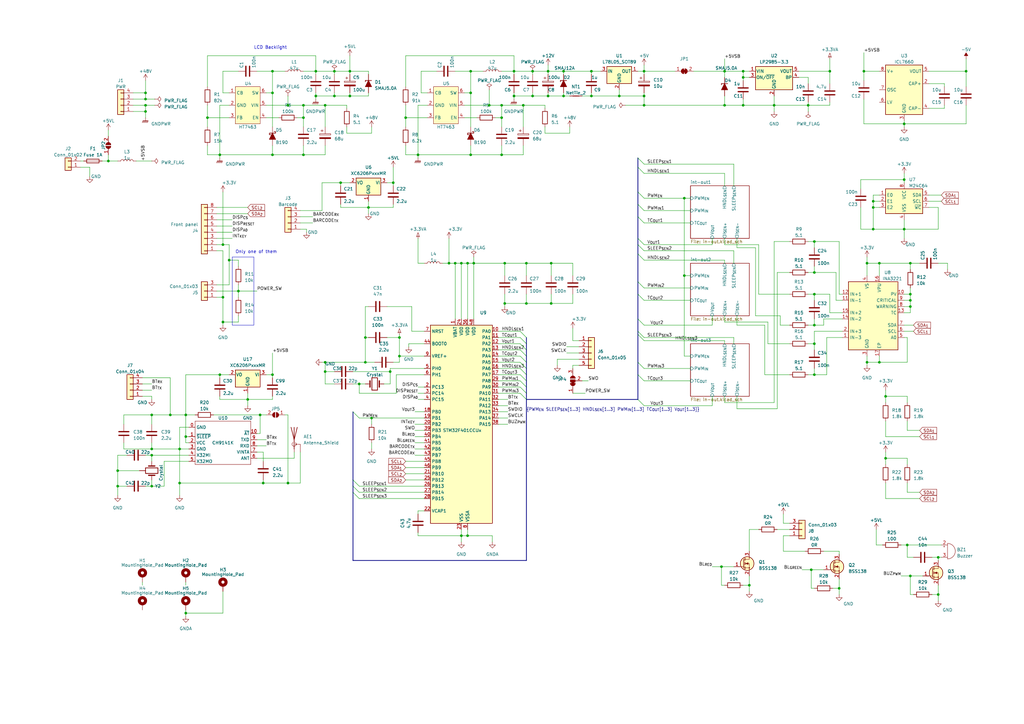
<source format=kicad_sch>
(kicad_sch (version 20230121) (generator eeschema)
  (paper "A3")
  (junction (at 215.9 124.46))
  (junction (at 149.86 148.59))
  (junction (at 118.11 43.18))
  (junction (at 160.02 152.4))
  (junction (at 214.63 43.18))
  (junction (at 73.66 198.12))
  (junction (at 226.06 107.95))
  (junction (at 91.44 132.08))
  (junction (at 307.34 240.03))
  (junction (at 363.22 187.96))
  (junction (at 59.69 40.64))
  (junction (at 59.69 43.18))
  (junction (at 317.5 43.18))
  (junction (at 334.01 153.67))
  (junction (at 143.51 39.37))
  (junction (at 373.38 236.22))
  (junction (at 370.84 93.98))
  (junction (at 124.46 43.18))
  (junction (at 166.37 48.26))
  (junction (at 242.57 29.21))
  (junction (at 111.76 63.5))
  (junction (at 358.14 82.55))
  (junction (at 193.04 38.1))
  (junction (at 280.67 113.03))
  (junction (at 184.15 107.95))
  (junction (at 331.47 43.18))
  (junction (at 280.67 81.28))
  (junction (at 304.8 29.21))
  (junction (at 373.38 125.73))
  (junction (at 191.77 219.71))
  (junction (at 44.45 66.04))
  (junction (at 242.57 39.37))
  (junction (at 210.82 39.37))
  (junction (at 111.76 38.1))
  (junction (at 332.74 233.68))
  (junction (at 186.69 107.95))
  (junction (at 59.69 45.72))
  (junction (at 147.32 157.48))
  (junction (at 143.51 29.21))
  (junction (at 189.23 219.71))
  (junction (at 360.68 148.59))
  (junction (at 304.8 43.18))
  (junction (at 344.17 241.3))
  (junction (at 111.76 153.67))
  (junction (at 205.74 63.5))
  (junction (at 231.14 29.21))
  (junction (at 370.84 73.66))
  (junction (at 264.16 39.37))
  (junction (at 129.54 39.37))
  (junction (at 93.98 106.68))
  (junction (at 133.35 152.4))
  (junction (at 370.84 50.8))
  (junction (at 69.85 170.18))
  (junction (at 358.14 85.09))
  (junction (at 264.16 29.21))
  (junction (at 90.17 153.67))
  (junction (at 334.01 99.06))
  (junction (at 396.24 29.21))
  (junction (at 139.7 74.93))
  (junction (at 193.04 63.5))
  (junction (at 354.33 29.21))
  (junction (at 48.26 199.39))
  (junction (at 297.18 29.21))
  (junction (at 372.11 223.52))
  (junction (at 373.38 107.95))
  (junction (at 264.16 43.18))
  (junction (at 73.66 184.15))
  (junction (at 200.66 43.18))
  (junction (at 152.4 171.45))
  (junction (at 254 39.37))
  (junction (at 76.2 170.18))
  (junction (at 334.01 133.35))
  (junction (at 297.18 43.18))
  (junction (at 124.46 63.5))
  (junction (at 118.11 198.12))
  (junction (at 161.29 74.93))
  (junction (at 151.13 85.09))
  (junction (at 129.54 29.21))
  (junction (at 62.23 199.39))
  (junction (at 363.22 162.56))
  (junction (at 231.14 39.37))
  (junction (at 334.01 120.65))
  (junction (at 76.2 251.46))
  (junction (at 133.35 43.18))
  (junction (at 189.23 107.95))
  (junction (at 358.14 93.98))
  (junction (at 85.09 48.26))
  (junction (at 91.44 100.33))
  (junction (at 224.79 29.21))
  (junction (at 106.68 170.18))
  (junction (at 384.81 228.6))
  (junction (at 360.68 107.95))
  (junction (at 97.79 119.38))
  (junction (at 171.45 63.5))
  (junction (at 107.95 198.12))
  (junction (at 137.16 29.21))
  (junction (at 218.44 39.37))
  (junction (at 226.06 124.46))
  (junction (at 62.23 170.18))
  (junction (at 295.91 232.41))
  (junction (at 207.01 107.95))
  (junction (at 91.44 121.92))
  (junction (at 59.69 38.1))
  (junction (at 48.26 193.04))
  (junction (at 334.01 140.97))
  (junction (at 218.44 29.21))
  (junction (at 163.83 138.43))
  (junction (at 133.35 148.59))
  (junction (at 163.83 146.05))
  (junction (at 90.17 63.5))
  (junction (at 191.77 107.95))
  (junction (at 62.23 184.15))
  (junction (at 210.82 29.21))
  (junction (at 334.01 111.76))
  (junction (at 304.8 31.75))
  (junction (at 205.74 48.26))
  (junction (at 373.38 120.65))
  (junction (at 76.2 179.07))
  (junction (at 137.16 39.37))
  (junction (at 149.86 138.43))
  (junction (at 193.04 29.21))
  (junction (at 384.81 243.84))
  (junction (at 340.36 29.21))
  (junction (at 215.9 107.95))
  (junction (at 207.01 124.46))
  (junction (at 101.6 163.83))
  (junction (at 355.6 148.59))
  (junction (at 205.74 43.18))
  (junction (at 355.6 107.95))
  (junction (at 224.79 39.37))
  (junction (at 62.23 186.69))
  (junction (at 194.31 107.95))
  (junction (at 373.38 123.19))
  (junction (at 124.46 48.26))
  (junction (at 111.76 29.21))
  (bus_entry (at 261.62 115.57) (size 2.54 2.54))
  (bus_entry (at 261.62 153.67) (size 2.54 2.54))
  (bus_entry (at 213.36 138.43) (size 2.54 2.54))
  (bus_entry (at 261.62 148.59) (size 2.54 2.54))
  (bus_entry (at 261.62 64.77) (size 2.54 2.54))
  (bus_entry (at 261.62 68.58) (size 2.54 2.54))
  (bus_entry (at 213.36 158.75) (size 2.54 2.54))
  (bus_entry (at 213.36 143.51) (size 2.54 2.54))
  (bus_entry (at 261.62 130.81) (size 2.54 2.54))
  (bus_entry (at 261.62 88.9) (size 2.54 2.54))
  (bus_entry (at 213.36 148.59) (size 2.54 2.54))
  (bus_entry (at 261.62 137.16) (size 2.54 2.54))
  (bus_entry (at 213.36 153.67) (size 2.54 2.54))
  (bus_entry (at 144.78 196.85) (size 2.54 2.54))
  (bus_entry (at 261.62 97.79) (size 2.54 2.54))
  (bus_entry (at 144.78 201.93) (size 2.54 2.54))
  (bus_entry (at 144.78 168.91) (size 2.54 2.54))
  (bus_entry (at 261.62 100.33) (size 2.54 2.54))
  (bus_entry (at 213.36 156.21) (size 2.54 2.54))
  (bus_entry (at 261.62 120.65) (size 2.54 2.54))
  (bus_entry (at 144.78 199.39) (size 2.54 2.54))
  (bus_entry (at 261.62 163.83) (size 2.54 2.54))
  (bus_entry (at 261.62 83.82) (size 2.54 2.54))
  (bus_entry (at 261.62 135.89) (size 2.54 2.54))
  (bus_entry (at 213.36 135.89) (size 2.54 2.54))
  (bus_entry (at 213.36 161.29) (size 2.54 2.54))
  (bus_entry (at 213.36 140.97) (size 2.54 2.54))
  (bus_entry (at 213.36 146.05) (size 2.54 2.54))
  (bus_entry (at 261.62 104.14) (size 2.54 2.54))
  (bus_entry (at 261.62 78.74) (size 2.54 2.54))
  (bus_entry (at 213.36 151.13) (size 2.54 2.54))
  (bus (pts (xy 144.78 229.87) (xy 215.9 229.87)))
  (wire (pts (xy 304.8 29.21) (xy 307.34 29.21)))
  (wire (pts (xy 133.35 43.18) (xy 142.24 43.18)))
  (wire (pts (xy 200.66 43.18) (xy 205.74 43.18)))
  (wire (pts (xy 370.84 138.43) (xy 372.11 138.43)))
  (wire (pts (xy 354.33 29.21) (xy 360.68 29.21)))
  (wire (pts (xy 59.69 43.18) (xy 63.5 43.18)))
  (wire (pts (xy 358.14 93.98) (xy 358.14 85.09)))
  (wire (pts (xy 370.84 90.17) (xy 370.84 93.98)))
  (bus (pts (xy 144.78 199.39) (xy 144.78 201.93)))
  (wire (pts (xy 331.47 99.06) (xy 334.01 99.06)))
  (wire (pts (xy 372.11 201.93) (xy 372.11 198.12)))
  (wire (pts (xy 109.22 48.26) (xy 114.3 48.26)))
  (bus (pts (xy 261.62 120.65) (xy 261.62 130.81)))
  (wire (pts (xy 191.77 219.71) (xy 201.93 219.71)))
  (wire (pts (xy 105.41 29.21) (xy 111.76 29.21)))
  (wire (pts (xy 160.02 157.48) (xy 160.02 152.4)))
  (wire (pts (xy 133.35 63.5) (xy 124.46 63.5)))
  (wire (pts (xy 234.95 113.03) (xy 234.95 107.95)))
  (wire (pts (xy 120.65 187.96) (xy 105.41 187.96)))
  (wire (pts (xy 320.04 133.35) (xy 323.85 133.35)))
  (wire (pts (xy 147.32 199.39) (xy 173.99 199.39)))
  (bus (pts (xy 215.9 148.59) (xy 215.9 151.13)))
  (wire (pts (xy 307.34 217.17) (xy 307.34 226.06)))
  (wire (pts (xy 91.44 242.57) (xy 91.44 251.46)))
  (wire (pts (xy 158.75 74.93) (xy 161.29 74.93)))
  (wire (pts (xy 193.04 59.69) (xy 193.04 63.5)))
  (wire (pts (xy 386.08 228.6) (xy 384.81 228.6)))
  (wire (pts (xy 133.35 152.4) (xy 137.16 152.4)))
  (wire (pts (xy 354.33 21.59) (xy 354.33 29.21)))
  (wire (pts (xy 384.81 85.09) (xy 384.81 93.98)))
  (wire (pts (xy 171.45 163.83) (xy 173.99 163.83)))
  (wire (pts (xy 101.6 163.83) (xy 101.6 166.37)))
  (wire (pts (xy 372.11 228.6) (xy 372.11 223.52)))
  (wire (pts (xy 372.11 176.53) (xy 372.11 172.72)))
  (wire (pts (xy 317.5 39.37) (xy 317.5 43.18)))
  (wire (pts (xy 189.23 107.95) (xy 191.77 107.95)))
  (wire (pts (xy 120.65 185.42) (xy 120.65 187.96)))
  (wire (pts (xy 297.18 132.08) (xy 297.18 129.54)))
  (wire (pts (xy 124.46 48.26) (xy 124.46 52.07)))
  (wire (pts (xy 307.34 236.22) (xy 307.34 240.03)))
  (wire (pts (xy 353.06 93.98) (xy 358.14 93.98)))
  (wire (pts (xy 189.23 217.17) (xy 189.23 219.71)))
  (wire (pts (xy 215.9 107.95) (xy 215.9 113.03)))
  (wire (pts (xy 360.68 146.05) (xy 360.68 148.59)))
  (wire (pts (xy 358.14 85.09) (xy 358.14 82.55)))
  (wire (pts (xy 297.18 29.21) (xy 297.18 31.75)))
  (bus (pts (xy 261.62 130.81) (xy 261.62 135.89)))
  (wire (pts (xy 224.79 30.48) (xy 224.79 29.21)))
  (wire (pts (xy 171.45 158.75) (xy 173.99 158.75)))
  (wire (pts (xy 166.37 22.86) (xy 210.82 22.86)))
  (wire (pts (xy 111.76 29.21) (xy 111.76 38.1)))
  (wire (pts (xy 91.44 78.74) (xy 91.44 100.33)))
  (wire (pts (xy 214.63 63.5) (xy 205.74 63.5)))
  (wire (pts (xy 369.57 223.52) (xy 372.11 223.52)))
  (wire (pts (xy 193.04 29.21) (xy 193.04 38.1)))
  (wire (pts (xy 226.06 124.46) (xy 215.9 124.46)))
  (wire (pts (xy 340.36 128.27) (xy 340.36 120.65)))
  (wire (pts (xy 166.37 48.26) (xy 175.26 48.26)))
  (wire (pts (xy 58.42 157.48) (xy 62.23 157.48)))
  (wire (pts (xy 340.36 24.13) (xy 340.36 29.21)))
  (wire (pts (xy 242.57 38.1) (xy 242.57 39.37)))
  (wire (pts (xy 90.17 43.18) (xy 93.98 43.18)))
  (wire (pts (xy 132.08 148.59) (xy 133.35 148.59)))
  (wire (pts (xy 93.98 153.67) (xy 90.17 153.67)))
  (wire (pts (xy 63.5 40.64) (xy 59.69 40.64)))
  (wire (pts (xy 360.68 107.95) (xy 360.68 113.03)))
  (wire (pts (xy 264.16 38.1) (xy 264.16 39.37)))
  (wire (pts (xy 151.13 30.48) (xy 151.13 29.21)))
  (wire (pts (xy 58.42 162.56) (xy 62.23 162.56)))
  (wire (pts (xy 170.18 181.61) (xy 173.99 181.61)))
  (wire (pts (xy 264.16 100.33) (xy 292.1 100.33)))
  (wire (pts (xy 203.2 48.26) (xy 205.74 48.26)))
  (wire (pts (xy 166.37 63.5) (xy 171.45 63.5)))
  (bus (pts (xy 261.62 83.82) (xy 261.62 88.9)))
  (wire (pts (xy 143.51 29.21) (xy 137.16 29.21)))
  (wire (pts (xy 372.11 148.59) (xy 360.68 148.59)))
  (wire (pts (xy 189.23 219.71) (xy 191.77 219.71)))
  (wire (pts (xy 147.32 204.47) (xy 173.99 204.47)))
  (wire (pts (xy 50.8 173.99) (xy 50.8 170.18)))
  (wire (pts (xy 372.11 187.96) (xy 363.22 187.96)))
  (wire (pts (xy 353.06 77.47) (xy 353.06 73.66)))
  (wire (pts (xy 360.68 107.95) (xy 373.38 107.95)))
  (wire (pts (xy 204.47 151.13) (xy 213.36 151.13)))
  (wire (pts (xy 88.9 116.84) (xy 93.98 116.84)))
  (wire (pts (xy 332.74 233.68) (xy 337.82 233.68)))
  (wire (pts (xy 302.26 101.6) (xy 302.26 97.79)))
  (wire (pts (xy 242.57 30.48) (xy 242.57 29.21)))
  (bus (pts (xy 215.9 163.83) (xy 215.9 161.29)))
  (wire (pts (xy 90.17 64.77) (xy 90.17 63.5)))
  (wire (pts (xy 218.44 38.1) (xy 218.44 39.37)))
  (wire (pts (xy 304.8 43.18) (xy 317.5 43.18)))
  (wire (pts (xy 340.36 29.21) (xy 340.36 34.29)))
  (wire (pts (xy 204.47 146.05) (xy 213.36 146.05)))
  (wire (pts (xy 353.06 85.09) (xy 353.06 93.98)))
  (wire (pts (xy 218.44 39.37) (xy 210.82 39.37)))
  (wire (pts (xy 111.76 29.21) (xy 116.84 29.21)))
  (wire (pts (xy 193.04 63.5) (xy 205.74 63.5)))
  (wire (pts (xy 373.38 120.65) (xy 370.84 120.65)))
  (wire (pts (xy 118.11 170.18) (xy 118.11 198.12)))
  (wire (pts (xy 167.64 140.97) (xy 167.64 142.24)))
  (wire (pts (xy 133.35 43.18) (xy 133.35 52.07)))
  (wire (pts (xy 184.15 107.95) (xy 186.69 107.95)))
  (wire (pts (xy 320.04 129.54) (xy 320.04 133.35)))
  (wire (pts (xy 204.47 168.91) (xy 208.28 168.91)))
  (wire (pts (xy 304.8 31.75) (xy 304.8 29.21)))
  (wire (pts (xy 62.23 189.23) (xy 62.23 186.69)))
  (wire (pts (xy 330.2 226.06) (xy 321.31 226.06)))
  (wire (pts (xy 186.69 29.21) (xy 193.04 29.21)))
  (wire (pts (xy 280.67 146.05) (xy 283.21 146.05)))
  (wire (pts (xy 151.13 85.09) (xy 151.13 87.63)))
  (wire (pts (xy 116.84 170.18) (xy 118.11 170.18)))
  (wire (pts (xy 107.95 189.23) (xy 107.95 185.42)))
  (wire (pts (xy 33.02 68.58) (xy 36.83 68.58)))
  (wire (pts (xy 355.6 148.59) (xy 355.6 149.86)))
  (wire (pts (xy 171.45 161.29) (xy 173.99 161.29)))
  (wire (pts (xy 76.2 153.67) (xy 90.17 153.67)))
  (wire (pts (xy 76.2 240.03) (xy 76.2 238.76)))
  (wire (pts (xy 67.31 189.23) (xy 77.47 189.23)))
  (bus (pts (xy 215.9 143.51) (xy 215.9 146.05)))
  (wire (pts (xy 297.18 100.33) (xy 297.18 97.79)))
  (wire (pts (xy 204.47 166.37) (xy 208.28 166.37)))
  (wire (pts (xy 186.69 107.95) (xy 189.23 107.95)))
  (wire (pts (xy 321.31 226.06) (xy 321.31 219.71)))
  (bus (pts (xy 144.78 201.93) (xy 144.78 229.87)))
  (wire (pts (xy 170.18 176.53) (xy 173.99 176.53)))
  (bus (pts (xy 261.62 97.79) (xy 261.62 100.33)))
  (wire (pts (xy 204.47 143.51) (xy 213.36 143.51)))
  (wire (pts (xy 331.47 31.75) (xy 327.66 31.75)))
  (wire (pts (xy 297.18 106.68) (xy 297.18 107.95)))
  (wire (pts (xy 234.95 124.46) (xy 226.06 124.46)))
  (wire (pts (xy 307.34 240.03) (xy 307.34 242.57)))
  (wire (pts (xy 234.95 161.29) (xy 240.03 161.29)))
  (wire (pts (xy 373.38 128.27) (xy 373.38 125.73)))
  (wire (pts (xy 88.9 85.09) (xy 101.6 85.09)))
  (wire (pts (xy 59.69 40.64) (xy 54.61 40.64)))
  (wire (pts (xy 292.1 97.79) (xy 292.1 100.33)))
  (wire (pts (xy 218.44 30.48) (xy 218.44 29.21)))
  (wire (pts (xy 76.2 170.18) (xy 80.01 170.18)))
  (wire (pts (xy 163.83 146.05) (xy 173.99 146.05)))
  (wire (pts (xy 151.13 38.1) (xy 151.13 39.37)))
  (wire (pts (xy 359.41 217.17) (xy 359.41 223.52)))
  (wire (pts (xy 85.09 43.18) (xy 85.09 48.26)))
  (wire (pts (xy 44.45 53.34) (xy 44.45 55.88)))
  (wire (pts (xy 317.5 99.06) (xy 317.5 165.1)))
  (wire (pts (xy 323.85 140.97) (xy 314.96 140.97)))
  (wire (pts (xy 363.22 185.42) (xy 363.22 187.96)))
  (wire (pts (xy 388.62 107.95) (xy 388.62 110.49)))
  (wire (pts (xy 142.24 54.61) (xy 152.4 54.61)))
  (wire (pts (xy 264.16 106.68) (xy 297.18 106.68)))
  (wire (pts (xy 124.46 48.26) (xy 124.46 43.18)))
  (wire (pts (xy 321.31 210.82) (xy 321.31 214.63)))
  (wire (pts (xy 161.29 148.59) (xy 163.83 148.59)))
  (wire (pts (xy 147.32 157.48) (xy 149.86 157.48)))
  (wire (pts (xy 76.2 153.67) (xy 76.2 170.18)))
  (wire (pts (xy 331.47 34.29) (xy 331.47 31.75)))
  (wire (pts (xy 137.16 39.37) (xy 129.54 39.37)))
  (wire (pts (xy 204.47 140.97) (xy 213.36 140.97)))
  (wire (pts (xy 334.01 111.76) (xy 331.47 111.76)))
  (wire (pts (xy 331.47 140.97) (xy 334.01 140.97)))
  (wire (pts (xy 97.79 29.21) (xy 91.44 29.21)))
  (wire (pts (xy 143.51 39.37) (xy 137.16 39.37)))
  (wire (pts (xy 124.46 59.69) (xy 124.46 63.5)))
  (wire (pts (xy 309.88 101.6) (xy 309.88 129.54)))
  (wire (pts (xy 214.63 43.18) (xy 214.63 52.07)))
  (wire (pts (xy 321.31 214.63) (xy 323.85 214.63)))
  (wire (pts (xy 59.69 33.02) (xy 59.69 38.1)))
  (wire (pts (xy 332.74 241.3) (xy 332.74 233.68)))
  (wire (pts (xy 133.35 157.48) (xy 137.16 157.48)))
  (wire (pts (xy 204.47 135.89) (xy 213.36 135.89)))
  (wire (pts (xy 334.01 133.35) (xy 331.47 133.35)))
  (wire (pts (xy 231.14 29.21) (xy 231.14 30.48)))
  (wire (pts (xy 194.31 107.95) (xy 194.31 130.81)))
  (wire (pts (xy 142.24 54.61) (xy 142.24 52.07)))
  (wire (pts (xy 264.16 156.21) (xy 283.21 156.21)))
  (wire (pts (xy 387.35 35.56) (xy 387.35 34.29)))
  (wire (pts (xy 189.23 107.95) (xy 189.23 130.81)))
  (wire (pts (xy 264.16 29.21) (xy 261.62 29.21)))
  (wire (pts (xy 67.31 199.39) (xy 62.23 199.39)))
  (wire (pts (xy 77.47 181.61) (xy 76.2 181.61)))
  (wire (pts (xy 302.26 162.56) (xy 302.26 167.64)))
  (wire (pts (xy 377.19 176.53) (xy 372.11 176.53)))
  (wire (pts (xy 300.99 138.43) (xy 300.99 140.97)))
  (wire (pts (xy 370.84 93.98) (xy 370.84 97.79)))
  (wire (pts (xy 50.8 184.15) (xy 62.23 184.15)))
  (wire (pts (xy 137.16 30.48) (xy 137.16 29.21)))
  (wire (pts (xy 331.47 41.91) (xy 331.47 43.18)))
  (wire (pts (xy 125.73 95.25) (xy 125.73 93.98)))
  (wire (pts (xy 232.41 142.24) (xy 237.49 142.24)))
  (wire (pts (xy 372.11 190.5) (xy 372.11 187.96)))
  (bus (pts (xy 215.9 153.67) (xy 215.9 156.21)))
  (wire (pts (xy 191.77 107.95) (xy 194.31 107.95)))
  (wire (pts (xy 396.24 43.18) (xy 396.24 50.8)))
  (wire (pts (xy 201.93 222.25) (xy 201.93 219.71)))
  (wire (pts (xy 143.51 74.93) (xy 139.7 74.93)))
  (wire (pts (xy 151.13 39.37) (xy 143.51 39.37)))
  (wire (pts (xy 313.69 153.67) (xy 313.69 133.35)))
  (wire (pts (xy 228.6 149.86) (xy 228.6 147.32)))
  (wire (pts (xy 88.9 95.25) (xy 95.25 95.25)))
  (wire (pts (xy 166.37 43.18) (xy 166.37 48.26)))
  (wire (pts (xy 143.51 38.1) (xy 143.51 39.37)))
  (wire (pts (xy 384.81 243.84) (xy 384.81 246.38)))
  (wire (pts (xy 207.01 107.95) (xy 215.9 107.95)))
  (wire (pts (xy 377.19 201.93) (xy 372.11 201.93)))
  (wire (pts (xy 171.45 64.77) (xy 171.45 63.5)))
  (wire (pts (xy 54.61 43.18) (xy 59.69 43.18)))
  (wire (pts (xy 111.76 38.1) (xy 109.22 38.1)))
  (wire (pts (xy 215.9 120.65) (xy 215.9 124.46)))
  (wire (pts (xy 302.26 133.35) (xy 302.26 129.54)))
  (bus (pts (xy 261.62 148.59) (xy 261.62 153.67)))
  (wire (pts (xy 372.11 138.43) (xy 372.11 148.59)))
  (wire (pts (xy 88.9 90.17) (xy 95.25 90.17)))
  (wire (pts (xy 311.15 120.65) (xy 323.85 120.65)))
  (wire (pts (xy 162.56 153.67) (xy 173.99 153.67)))
  (wire (pts (xy 163.83 148.59) (xy 163.83 146.05)))
  (wire (pts (xy 210.82 30.48) (xy 210.82 29.21)))
  (wire (pts (xy 133.35 148.59) (xy 149.86 148.59)))
  (wire (pts (xy 91.44 251.46) (xy 76.2 251.46)))
  (wire (pts (xy 142.24 43.18) (xy 142.24 44.45)))
  (wire (pts (xy 345.44 135.89) (xy 334.01 135.89)))
  (wire (pts (xy 133.35 152.4) (xy 133.35 148.59)))
  (wire (pts (xy 309.88 129.54) (xy 320.04 129.54)))
  (wire (pts (xy 168.91 125.73) (xy 168.91 135.89)))
  (bus (pts (xy 261.62 64.77) (xy 261.62 68.58)))
  (wire (pts (xy 139.7 74.93) (xy 139.7 76.2)))
  (wire (pts (xy 360.68 148.59) (xy 355.6 148.59)))
  (wire (pts (xy 280.67 81.28) (xy 280.67 113.03)))
  (wire (pts (xy 149.86 138.43) (xy 151.13 138.43)))
  (bus (pts (xy 261.62 153.67) (xy 261.62 163.83)))
  (wire (pts (xy 264.16 71.12) (xy 297.18 71.12)))
  (bus (pts (xy 144.78 196.85) (xy 144.78 199.39)))
  (wire (pts (xy 373.38 236.22) (xy 378.46 236.22)))
  (wire (pts (xy 358.14 80.01) (xy 360.68 80.01)))
  (wire (pts (xy 340.36 41.91) (xy 340.36 43.18)))
  (wire (pts (xy 340.36 29.21) (xy 327.66 29.21)))
  (wire (pts (xy 160.02 152.4) (xy 160.02 151.13)))
  (bus (pts (xy 215.9 156.21) (xy 215.9 158.75)))
  (wire (pts (xy 264.16 67.31) (xy 300.99 67.31)))
  (wire (pts (xy 73.66 184.15) (xy 73.66 175.26)))
  (wire (pts (xy 97.79 119.38) (xy 97.79 121.92)))
  (wire (pts (xy 384.81 240.03) (xy 384.81 243.84)))
  (wire (pts (xy 231.14 39.37) (xy 233.68 39.37)))
  (wire (pts (xy 342.9 123.19) (xy 342.9 111.76)))
  (wire (pts (xy 304.8 40.64) (xy 304.8 43.18)))
  (wire (pts (xy 381 44.45) (xy 387.35 44.45)))
  (wire (pts (xy 292.1 129.54) (xy 292.1 133.35)))
  (wire (pts (xy 297.18 24.13) (xy 297.18 29.21)))
  (wire (pts (xy 205.74 48.26) (xy 205.74 52.07)))
  (wire (pts (xy 280.67 113.03) (xy 283.21 113.03)))
  (wire (pts (xy 297.18 132.08) (xy 314.96 132.08)))
  (wire (pts (xy 168.91 135.89) (xy 173.99 135.89)))
  (wire (pts (xy 283.21 81.28) (xy 280.67 81.28)))
  (wire (pts (xy 190.5 48.26) (xy 195.58 48.26)))
  (wire (pts (xy 171.45 97.79) (xy 171.45 107.95)))
  (wire (pts (xy 264.16 118.11) (xy 283.21 118.11)))
  (wire (pts (xy 210.82 29.21) (xy 205.74 29.21)))
  (wire (pts (xy 73.66 198.12) (xy 73.66 184.15)))
  (wire (pts (xy 76.2 251.46) (xy 76.2 252.73)))
  (wire (pts (xy 381 80.01) (xy 386.08 80.01)))
  (wire (pts (xy 133.35 59.69) (xy 133.35 63.5)))
  (wire (pts (xy 97.79 132.08) (xy 91.44 132.08)))
  (wire (pts (xy 372.11 165.1) (xy 372.11 162.56)))
  (wire (pts (xy 170.18 184.15) (xy 173.99 184.15)))
  (wire (pts (xy 97.79 119.38) (xy 105.41 119.38)))
  (wire (pts (xy 163.83 138.43) (xy 163.83 146.05)))
  (wire (pts (xy 111.76 63.5) (xy 124.46 63.5)))
  (wire (pts (xy 62.23 184.15) (xy 73.66 184.15)))
  (wire (pts (xy 284.48 29.21) (xy 297.18 29.21)))
  (wire (pts (xy 85.09 63.5) (xy 90.17 63.5)))
  (bus (pts (xy 261.62 88.9) (xy 261.62 97.79)))
  (wire (pts (xy 158.75 138.43) (xy 163.83 138.43)))
  (wire (pts (xy 344.17 120.65) (xy 344.17 99.06)))
  (wire (pts (xy 194.31 105.41) (xy 194.31 107.95)))
  (wire (pts (xy 242.57 29.21) (xy 246.38 29.21)))
  (wire (pts (xy 59.69 48.26) (xy 59.69 45.72)))
  (wire (pts (xy 232.41 144.78) (xy 237.49 144.78)))
  (wire (pts (xy 354.33 40.64) (xy 354.33 50.8)))
  (wire (pts (xy 90.17 163.83) (xy 101.6 163.83)))
  (wire (pts (xy 166.37 196.85) (xy 173.99 196.85)))
  (wire (pts (xy 331.47 43.18) (xy 331.47 45.72)))
  (wire (pts (xy 210.82 38.1) (xy 210.82 39.37)))
  (wire (pts (xy 264.16 43.18) (xy 264.16 39.37)))
  (wire (pts (xy 381 82.55) (xy 386.08 82.55)))
  (wire (pts (xy 207.01 107.95) (xy 207.01 113.03)))
  (wire (pts (xy 355.6 146.05) (xy 355.6 148.59)))
  (wire (pts (xy 50.8 170.18) (xy 62.23 170.18)))
  (wire (pts (xy 73.66 198.12) (xy 73.66 203.2)))
  (wire (pts (xy 149.86 125.73) (xy 149.86 138.43)))
  (wire (pts (xy 370.84 73.66) (xy 370.84 74.93)))
  (wire (pts (xy 91.44 102.87) (xy 88.9 102.87)))
  (wire (pts (xy 314.96 140.97) (xy 314.96 132.08)))
  (bus (pts (xy 215.9 151.13) (xy 215.9 153.67)))
  (wire (pts (xy 224.79 26.67) (xy 224.79 29.21)))
  (wire (pts (xy 144.78 157.48) (xy 147.32 157.48)))
  (wire (pts (xy 194.31 107.95) (xy 207.01 107.95)))
  (wire (pts (xy 224.79 29.21) (xy 218.44 29.21)))
  (wire (pts (xy 264.16 138.43) (xy 300.99 138.43)))
  (wire (pts (xy 97.79 116.84) (xy 97.79 119.38)))
  (wire (pts (xy 264.16 139.7) (xy 297.18 139.7)))
  (wire (pts (xy 355.6 105.41) (xy 355.6 107.95)))
  (wire (pts (xy 210.82 22.86) (xy 210.82 29.21)))
  (wire (pts (xy 109.22 43.18) (xy 118.11 43.18)))
  (wire (pts (xy 88.9 97.79) (xy 95.25 97.79)))
  (wire (pts (xy 334.01 109.22) (xy 334.01 111.76)))
  (wire (pts (xy 363.22 172.72) (xy 363.22 179.07)))
  (wire (pts (xy 166.37 194.31) (xy 173.99 194.31)))
  (wire (pts (xy 48.26 193.04) (xy 57.15 193.04)))
  (wire (pts (xy 193.04 29.21) (xy 198.12 29.21)))
  (wire (pts (xy 76.2 170.18) (xy 76.2 179.07)))
  (wire (pts (xy 297.18 29.21) (xy 304.8 29.21)))
  (wire (pts (xy 264.16 133.35) (xy 292.1 133.35)))
  (wire (pts (xy 344.17 241.3) (xy 344.17 243.84)))
  (wire (pts (xy 210.82 39.37) (xy 210.82 40.64)))
  (wire (pts (xy 93.98 100.33) (xy 91.44 100.33)))
  (wire (pts (xy 184.15 97.79) (xy 184.15 107.95)))
  (wire (pts (xy 111.76 153.67) (xy 111.76 154.94)))
  (wire (pts (xy 317.5 43.18) (xy 317.5 45.72)))
  (wire (pts (xy 363.22 162.56) (xy 363.22 165.1)))
  (wire (pts (xy 300.99 102.87) (xy 300.99 107.95)))
  (wire (pts (xy 59.69 199.39) (xy 62.23 199.39)))
  (wire (pts (xy 373.38 118.11) (xy 373.38 120.65)))
  (wire (pts (xy 90.17 162.56) (xy 90.17 163.83)))
  (wire (pts (xy 69.85 154.94) (xy 69.85 170.18)))
  (wire (pts (xy 171.45 209.55) (xy 173.99 209.55)))
  (wire (pts (xy 171.45 63.5) (xy 171.45 43.18)))
  (wire (pts (xy 280.67 113.03) (xy 280.67 146.05)))
  (wire (pts (xy 238.76 39.37) (xy 242.57 39.37)))
  (wire (pts (xy 233.68 52.07) (xy 233.68 54.61)))
  (wire (pts (xy 36.83 68.58) (xy 36.83 72.39)))
  (wire (pts (xy 344.17 227.33) (xy 344.17 226.06)))
  (wire (pts (xy 205.74 48.26) (xy 205.74 43.18)))
  (wire (pts (xy 297.18 39.37) (xy 297.18 43.18)))
  (wire (pts (xy 171.45 218.44) (xy 171.45 219.71)))
  (wire (pts (xy 318.77 111.76) (xy 318.77 167.64)))
  (wire (pts (xy 354.33 50.8) (xy 370.84 50.8)))
  (wire (pts (xy 311.15 217.17) (xy 307.34 217.17)))
  (wire (pts (xy 123.19 86.36) (xy 132.08 86.36)))
  (wire (pts (xy 171.45 43.18) (xy 175.26 43.18)))
  (bus (pts (xy 215.9 161.29) (xy 215.9 158.75)))
  (wire (pts (xy 396.24 29.21) (xy 381 29.21)))
  (wire (pts (xy 147.32 171.45) (xy 152.4 171.45)))
  (wire (pts (xy 151.13 82.55) (xy 151.13 85.09)))
  (wire (pts (xy 204.47 171.45) (xy 208.28 171.45)))
  (wire (pts (xy 137.16 38.1) (xy 137.16 39.37)))
  (wire (pts (xy 88.9 87.63) (xy 101.6 87.63)))
  (wire (pts (xy 313.69 133.35) (xy 302.26 133.35)))
  (wire (pts (xy 363.22 187.96) (xy 363.22 190.5)))
  (bus (pts (xy 261.62 68.58) (xy 261.62 78.74)))
  (wire (pts (xy 214.63 43.18) (xy 223.52 43.18)))
  (wire (pts (xy 334.01 151.13) (xy 334.01 153.67)))
  (wire (pts (xy 205.74 43.18) (xy 214.63 43.18)))
  (wire (pts (xy 355.6 107.95) (xy 360.68 107.95)))
  (wire (pts (xy 125.73 93.98) (xy 123.19 93.98)))
  (wire (pts (xy 76.2 179.07) (xy 77.47 179.07)))
  (wire (pts (xy 345.44 138.43) (xy 339.09 138.43)))
  (wire (pts (xy 105.41 177.8) (xy 106.68 177.8)))
  (wire (pts (xy 67.31 189.23) (xy 67.31 199.39)))
  (wire (pts (xy 171.45 219.71) (xy 189.23 219.71)))
  (wire (pts (xy 345.44 120.65) (xy 344.17 120.65)))
  (wire (pts (xy 73.66 175.26) (xy 77.47 175.26)))
  (wire (pts (xy 118.11 39.37) (xy 118.11 43.18)))
  (wire (pts (xy 318.77 217.17) (xy 323.85 217.17)))
  (wire (pts (xy 97.79 106.68) (xy 93.98 106.68)))
  (wire (pts (xy 234.95 120.65) (xy 234.95 124.46)))
  (wire (pts (xy 223.52 54.61) (xy 223.52 52.07)))
  (wire (pts (xy 297.18 43.18) (xy 304.8 43.18)))
  (wire (pts (xy 264.16 151.13) (xy 283.21 151.13)))
  (wire (pts (xy 334.01 241.3) (xy 332.74 241.3)))
  (wire (pts (xy 264.16 123.19) (xy 283.21 123.19)))
  (wire (pts (xy 171.45 210.82) (xy 171.45 209.55)))
  (wire (pts (xy 264.16 91.44) (xy 283.21 91.44)))
  (wire (pts (xy 124.46 43.18) (xy 133.35 43.18)))
  (wire (pts (xy 373.38 243.84) (xy 373.38 236.22)))
  (wire (pts (xy 50.8 181.61) (xy 50.8 184.15)))
  (wire (pts (xy 354.33 33.02) (xy 354.33 29.21)))
  (wire (pts (xy 90.17 153.67) (xy 90.17 154.94)))
  (wire (pts (xy 191.77 107.95) (xy 191.77 130.81)))
  (wire (pts (xy 193.04 38.1) (xy 190.5 38.1)))
  (wire (pts (xy 223.52 43.18) (xy 223.52 44.45)))
  (wire (pts (xy 363.22 198.12) (xy 363.22 204.47)))
  (wire (pts (xy 59.69 186.69) (xy 62.23 186.69)))
  (wire (pts (xy 44.45 66.04) (xy 48.26 66.04)))
  (wire (pts (xy 59.69 38.1) (xy 59.69 40.64)))
  (wire (pts (xy 339.09 138.43) (xy 339.09 153.67)))
  (wire (pts (xy 264.16 43.18) (xy 297.18 43.18)))
  (wire (pts (xy 129.54 22.86) (xy 129.54 29.21)))
  (wire (pts (xy 173.99 140.97) (xy 167.64 140.97)))
  (wire (pts (xy 297.18 162.56) (xy 297.18 165.1)))
  (wire (pts (xy 384.81 107.95) (xy 388.62 107.95)))
  (wire (pts (xy 144.78 152.4) (xy 160.02 152.4)))
  (wire (pts (xy 204.47 173.99) (xy 208.28 173.99)))
  (wire (pts (xy 88.9 119.38) (xy 97.79 119.38)))
  (wire (pts (xy 311.15 100.33) (xy 311.15 120.65)))
  (wire (pts (xy 105.41 182.88) (xy 109.22 182.88)))
  (wire (pts (xy 224.79 39.37) (xy 218.44 39.37)))
  (bus (pts (xy 261.62 78.74) (xy 261.62 83.82)))
  (wire (pts (xy 339.09 153.67) (xy 334.01 153.67)))
  (bus (pts (xy 261.62 100.33) (xy 261.62 104.14)))
  (wire (pts (xy 345.44 123.19) (xy 342.9 123.19)))
  (wire (pts (xy 295.91 232.41) (xy 300.99 232.41)))
  (wire (pts (xy 152.4 171.45) (xy 173.99 171.45)))
  (wire (pts (xy 204.47 163.83) (xy 208.28 163.83)))
  (wire (pts (xy 48.26 199.39) (xy 48.26 203.2)))
  (wire (pts (xy 179.07 29.21) (xy 172.72 29.21)))
  (wire (pts (xy 234.95 149.86) (xy 237.49 149.86)))
  (wire (pts (xy 90.17 63.5) (xy 90.17 43.18)))
  (wire (pts (xy 382.27 243.84) (xy 384.81 243.84)))
  (wire (pts (xy 73.66 184.15) (xy 77.47 184.15)))
  (wire (pts (xy 264.16 39.37) (xy 254 39.37)))
  (wire (pts (xy 207.01 120.65) (xy 207.01 124.46)))
  (wire (pts (xy 300.99 67.31) (xy 300.99 76.2)))
  (wire (pts (xy 370.84 71.12) (xy 370.84 73.66)))
  (wire (pts (xy 363.22 204.47) (xy 377.19 204.47)))
  (wire (pts (xy 101.6 161.29) (xy 101.6 163.83)))
  (wire (pts (xy 370.84 125.73) (xy 373.38 125.73)))
  (wire (pts (xy 170.18 168.91) (xy 173.99 168.91)))
  (wire (pts (xy 331.47 120.65) (xy 334.01 120.65)))
  (wire (pts (xy 337.82 130.81) (xy 337.82 133.35)))
  (wire (pts (xy 166.37 52.07) (xy 166.37 48.26)))
  (bus (pts (xy 215.9 146.05) (xy 215.9 148.59)))
  (wire (pts (xy 190.5 43.18) (xy 200.66 43.18)))
  (wire (pts (xy 107.95 198.12) (xy 118.11 198.12)))
  (bus (pts (xy 261.62 104.14) (xy 261.62 115.57)))
  (wire (pts (xy 334.01 135.89) (xy 334.01 140.97)))
  (wire (pts (xy 317.5 43.18) (xy 331.47 43.18)))
  (wire (pts (xy 334.01 120.65) (xy 334.01 123.19)))
  (wire (pts (xy 373.38 107.95) (xy 377.19 107.95)))
  (wire (pts (xy 374.65 228.6) (xy 372.11 228.6)))
  (wire (pts (xy 387.35 43.18) (xy 387.35 44.45)))
  (wire (pts (xy 48.26 199.39) (xy 52.07 199.39)))
  (wire (pts (xy 91.44 100.33) (xy 88.9 100.33)))
  (wire (pts (xy 215.9 124.46) (xy 207.01 124.46)))
  (wire (pts (xy 186.69 107.95) (xy 186.69 130.81)))
  (wire (pts (xy 231.14 29.21) (xy 242.57 29.21)))
  (wire (pts (xy 163.83 137.16) (xy 163.83 138.43)))
  (wire (pts (xy 340.36 120.65) (xy 334.01 120.65)))
  (wire (pts (xy 139.7 85.09) (xy 151.13 85.09)))
  (wire (pts (xy 359.41 223.52) (xy 361.95 223.52)))
  (wire (pts (xy 292.1 232.41) (xy 295.91 232.41)))
  (wire (pts (xy 218.44 29.21) (xy 210.82 29.21)))
  (wire (pts (xy 166.37 191.77) (xy 173.99 191.77)))
  (wire (pts (xy 129.54 39.37) (xy 129.54 40.64)))
  (wire (pts (xy 372.11 223.52) (xy 386.08 223.52)))
  (wire (pts (xy 158.75 125.73) (xy 168.91 125.73)))
  (wire (pts (xy 297.18 240.03) (xy 295.91 240.03)))
  (wire (pts (xy 226.06 120.65) (xy 226.06 124.46)))
  (wire (pts (xy 90.17 63.5) (xy 111.76 63.5)))
  (wire (pts (xy 33.02 66.04) (xy 34.29 66.04)))
  (wire (pts (xy 62.23 162.56) (xy 62.23 163.83)))
  (wire (pts (xy 204.47 158.75) (xy 213.36 158.75)))
  (wire (pts (xy 323.85 153.67) (xy 313.69 153.67)))
  (wire (pts (xy 204.47 153.67) (xy 213.36 153.67)))
  (wire (pts (xy 224.79 29.21) (xy 231.14 29.21)))
  (wire (pts (xy 151.13 125.73) (xy 149.86 125.73)))
  (wire (pts (xy 91.44 29.21) (xy 91.44 38.1)))
  (wire (pts (xy 172.72 29.21) (xy 172.72 38.1)))
  (wire (pts (xy 234.95 151.13) (xy 234.95 149.86)))
  (wire (pts (xy 396.24 35.56) (xy 396.24 29.21)))
  (wire (pts (xy 48.26 193.04) (xy 48.26 199.39)))
  (wire (pts (xy 353.06 73.66) (xy 370.84 73.66)))
  (wire (pts (xy 85.09 59.69) (xy 85.09 63.5)))
  (wire (pts (xy 181.61 107.95) (xy 184.15 107.95)))
  (wire (pts (xy 334.01 153.67) (xy 331.47 153.67)))
  (wire (pts (xy 370.84 135.89) (xy 374.65 135.89)))
  (wire (pts (xy 105.41 180.34) (xy 109.22 180.34)))
  (wire (pts (xy 234.95 134.62) (xy 234.95 139.7)))
  (wire (pts (xy 93.98 116.84) (xy 93.98 106.68)))
  (bus (pts (xy 215.9 163.83) (xy 261.62 163.83)))
  (wire (pts (xy 373.38 107.95) (xy 373.38 110.49)))
  (wire (pts (xy 129.54 38.1) (xy 129.54 39.37)))
  (wire (pts (xy 323.85 99.06) (xy 317.5 99.06)))
  (wire (pts (xy 384.81 228.6) (xy 384.81 229.87)))
  (wire (pts (xy 88.9 92.71) (xy 95.25 92.71)))
  (wire (pts (xy 207.01 124.46) (xy 207.01 125.73)))
  (wire (pts (xy 55.88 66.04) (xy 62.23 66.04)))
  (wire (pts (xy 334.01 99.06) (xy 344.17 99.06)))
  (wire (pts (xy 231.14 38.1) (xy 231.14 39.37)))
  (wire (pts (xy 85.09 22.86) (xy 129.54 22.86)))
  (wire (pts (xy 149.86 148.59) (xy 153.67 148.59)))
  (wire (pts (xy 204.47 156.21) (xy 213.36 156.21)))
  (wire (pts (xy 118.11 43.18) (xy 124.46 43.18)))
  (wire (pts (xy 143.51 22.86) (xy 143.51 29.21)))
  (wire (pts (xy 139.7 83.82) (xy 139.7 85.09)))
  (wire (pts (xy 147.32 161.29) (xy 147.32 157.48)))
  (wire (pts (xy 58.42 238.76) (xy 58.42 240.03)))
  (wire (pts (xy 143.51 29.21) (xy 151.13 29.21)))
  (wire (pts (xy 264.16 30.48) (xy 264.16 29.21)))
  (wire (pts (xy 160.02 151.13) (xy 173.99 151.13)))
  (wire (pts (xy 111.76 59.69) (xy 111.76 63.5)))
  (wire (pts (xy 334.01 140.97) (xy 334.01 143.51)))
  (wire (pts (xy 59.69 45.72) (xy 54.61 45.72)))
  (wire (pts (xy 132.08 86.36) (xy 132.08 74.93)))
  (wire (pts (xy 370.84 49.53) (xy 370.84 50.8)))
  (wire (pts (xy 264.16 166.37) (xy 292.1 166.37)))
  (wire (pts (xy 69.85 170.18) (xy 76.2 170.18)))
  (wire (pts (xy 334.01 111.76) (xy 342.9 111.76)))
  (wire (pts (xy 370.84 133.35) (xy 374.65 133.35)))
  (wire (pts (xy 381 85.09) (xy 384.81 85.09)))
  (wire (pts (xy 97.79 129.54) (xy 97.79 132.08)))
  (wire (pts (xy 228.6 147.32) (xy 237.49 147.32)))
  (wire (pts (xy 238.76 156.21) (xy 241.3 156.21)))
  (wire (pts (xy 328.93 233.68) (xy 332.74 233.68)))
  (wire (pts (xy 200.66 36.83) (xy 200.66 43.18)))
  (wire (pts (xy 143.51 30.48) (xy 143.51 29.21)))
  (wire (pts (xy 344.17 237.49) (xy 344.17 241.3)))
  (wire (pts (xy 111.76 162.56) (xy 111.76 163.83)))
  (wire (pts (xy 358.14 82.55) (xy 358.14 80.01)))
  (wire (pts (xy 106.68 170.18) (xy 106.68 177.8)))
  (wire (pts (xy 161.29 83.82) (xy 161.29 85.09)))
  (wire (pts (xy 323.85 111.76) (xy 318.77 111.76)))
  (wire (pts (xy 297.18 100.33) (xy 311.15 100.33)))
  (wire (pts (xy 170.18 179.07) (xy 173.99 179.07)))
  (wire (pts (xy 254 36.83) (xy 254 39.37)))
  (wire (pts (xy 374.65 243.84) (xy 373.38 243.84)))
  (wire (pts (xy 107.95 185.42) (xy 105.41 185.42)))
  (wire (pts (xy 62.23 173.99) (xy 62.23 170.18)))
  (wire (pts (xy 111.76 38.1) (xy 111.76 52.07)))
  (wire (pts (xy 161.29 68.58) (xy 161.29 74.93)))
  (wire (pts (xy 372.11 162.56) (xy 363.22 162.56)))
  (wire (pts (xy 97.79 109.22) (xy 97.79 106.68)))
  (wire (pts (xy 337.82 133.35) (xy 334.01 133.35)))
  (wire (pts (xy 44.45 63.5) (xy 44.45 66.04)))
  (wire (pts (xy 304.8 240.03) (xy 307.34 240.03)))
  (wire (pts (xy 58.42 160.02) (xy 62.23 160.02)))
  (wire (pts (xy 157.48 157.48) (xy 160.02 157.48)))
  (wire (pts (xy 41.91 66.04) (xy 44.45 66.04)))
  (wire (pts (xy 363.22 179.07) (xy 377.19 179.07)))
  (wire (pts (xy 191.77 217.17) (xy 191.77 219.71)))
  (wire (pts (xy 106.68 170.18) (xy 109.22 170.18)))
  (wire (pts (xy 292.1 162.56) (xy 292.1 166.37)))
  (wire (pts (xy 133.35 157.48) (xy 133.35 152.4)))
  (wire (pts (xy 91.44 132.08) (xy 91.44 121.92)))
  (wire (pts (xy 147.32 201.93) (xy 173.99 201.93)))
  (wire (pts (xy 149.86 138.43) (xy 149.86 148.59)))
  (wire (pts (xy 48.26 186.69) (xy 48.26 193.04)))
  (wire (pts (xy 166.37 35.56) (xy 166.37 22.86)))
  (wire (pts (xy 295.91 240.03) (xy 295.91 232.41)))
  (wire (pts (xy 231.14 39.37) (xy 224.79 39.37)))
  (wire (pts (xy 204.47 148.59) (xy 213.36 148.59)))
  (wire (pts (xy 363.22 160.02) (xy 363.22 162.56)))
  (wire (pts (xy 85.09 48.26) (xy 93.98 48.26)))
  (wire (pts (xy 370.84 123.19) (xy 373.38 123.19)))
  (wire (pts (xy 152.4 181.61) (xy 152.4 184.15)))
  (wire (pts (xy 118.11 198.12) (xy 123.19 198.12)))
  (wire (pts (xy 85.09 35.56) (xy 85.09 22.86)))
  (wire (pts (xy 91.44 38.1) (xy 93.98 38.1)))
  (wire (pts (xy 321.31 219.71) (xy 323.85 219.71)))
  (wire (pts (xy 107.95 196.85) (xy 107.95 198.12)))
  (wire (pts (xy 297.18 139.7) (xy 297.18 140.97)))
  (bus (pts (xy 215.9 163.83) (xy 215.9 229.87)))
  (wire (pts (xy 132.08 74.93) (xy 139.7 74.93)))
  (wire (pts (xy 204.47 138.43) (xy 213.36 138.43)))
  (wire (pts (xy 161.29 74.93) (xy 161.29 76.2)))
  (wire (pts (xy 358.14 85.09) (xy 360.68 85.09)))
  (bus (pts (xy 215.9 140.97) (xy 215.9 143.51)))
  (wire (pts (xy 52.07 186.69) (xy 48.26 186.69)))
  (wire (pts (xy 93.98 106.68) (xy 93.98 100.33)))
  (wire (pts (xy 172.72 38.1) (xy 175.26 38.1)))
  (wire (pts (xy 334.01 130.81) (xy 334.01 133.35)))
  (wire (pts (xy 226.06 107.95) (xy 226.06 113.03)))
  (wire (pts (xy 355.6 107.95) (xy 355.6 113.03)))
  (wire (pts (xy 87.63 170.18) (xy 106.68 170.18)))
  (wire (pts (xy 147.32 161.29) (xy 162.56 161.29)))
  (wire (pts (xy 151.13 85.09) (xy 161.29 85.09)))
  (bus (pts (xy 144.78 168.91) (xy 144.78 196.85)))
  (wire (pts (xy 358.14 82.55) (xy 360.68 82.55)))
  (wire (pts (xy 121.92 48.26) (xy 124.46 48.26)))
  (wire (pts (xy 123.19 88.9) (xy 128.27 88.9)))
  (wire (pts (xy 215.9 107.95) (xy 226.06 107.95)))
  (bus (pts (xy 261.62 135.89) (xy 261.62 137.16)))
  (wire (pts (xy 341.63 241.3) (xy 344.17 241.3)))
  (wire (pts (xy 54.61 38.1) (xy 59.69 38.1)))
  (bus (pts (xy 215.9 138.43) (xy 215.9 140.97)))
  (wire (pts (xy 297.18 71.12) (xy 297.18 76.2)))
  (wire (pts (xy 369.57 236.22) (xy 373.38 236.22)))
  (wire (pts (xy 170.18 173.99) (xy 173.99 173.99)))
  (wire (pts (xy 59.69 43.18) (xy 59.69 45.72)))
  (wire (pts (xy 226.06 107.95) (xy 234.95 107.95)))
  (wire (pts (xy 58.42 154.94) (xy 69.85 154.94)))
  (wire (pts (xy 345.44 128.27) (xy 340.36 128.27)))
  (wire (pts (xy 162.56 161.29) (xy 162.56 153.67)))
  (wire (pts (xy 370.84 50.8) (xy 370.84 52.07)))
  (wire (pts (xy 370.84 93.98) (xy 358.14 93.98)))
  (wire (pts (xy 214.63 59.69) (xy 214.63 63.5)))
  (wire (pts (xy 62.23 181.61) (xy 62.23 184.15)))
  (wire (pts (xy 85.09 52.07) (xy 85.09 48.26)))
  (wire (pts (xy 137.16 29.21) (xy 129.54 29.21)))
  (wire (pts (xy 166.37 59.69) (xy 166.37 63.5)))
  (wire (pts (xy 224.79 38.1) (xy 224.79 39.37)))
  (wire (pts (xy 264.16 81.28) (xy 280.67 81.28)))
  (wire (pts (xy 129.54 30.48) (xy 129.54 29.21)))
  (wire (pts (xy 123.19 185.42) (xy 123.19 198.12)))
  (wire (pts (xy 205.74 59.69) (xy 205.74 63.5)))
  (wire (pts (xy 62.23 196.85) (xy 62.23 199.39)))
  (bus (pts (xy 261.62 120.65) (xy 261.62 115.57)))
  (wire (pts (xy 62.23 170.18) (xy 69.85 170.18)))
  (bus (pts (xy 261.62 137.16) (xy 261.62 148.59)))
  (wire (pts (xy 123.19 91.44) (xy 128.27 91.44)))
  (wire (pts (xy 101.6 163.83) (xy 111.76 163.83)))
  (wire (pts (xy 309.88 101.6) (xy 302.26 101.6)))
  (wire (pts (xy 373.38 125.73) (xy 373.38 123.19)))
  (wire (pts (xy 62.23 186.69) (xy 77.47 186.69)))
  (wire (pts (xy 91.44 121.92) (xy 91.44 102.87)))
  (wire (pts (xy 111.76 144.78) (xy 111.76 153.67)))
  (wire (pts (xy 345.44 130.81) (xy 337.82 130.81)))
  (wire (pts (xy 340.36 43.18) (xy 331.47 43.18)))
  (wire (pts (xy 387.35 34.29) (xy 381 34.29)))
  (wire (pts (xy 373.38 123.19) (xy 373.38 120.65)))
  (wire (pts (xy 152.4 171.45) (xy 152.4 173.99)))
  (wire (pts (xy 88.9 121.92) (xy 91.44 121.92)))
  (wire (pts (xy 129.54 29.21) (xy 124.46 29.21)))
  (wire (pts (xy 234.95 139.7) (xy 237.49 139.7)))
  (wire (pts (xy 171.45 63.5) (xy 193.04 63.5)))
  (wire (pts (xy 193.04 38.1) (xy 193.04 52.07)))
  (wire (pts (xy 166.37 189.23) (xy 173.99 189.23)))
  (wire (pts (xy 264.16 26.67) (xy 264.16 29.21)))
  (wire (pts (xy 242.57 39.37) (xy 254 39.37)))
  (wire (pts (xy 264.16 86.36) (xy 283.21 86.36)))
  (wire (pts (xy 223.52 54.61) (xy 233.68 54.61)))
  (wire (pts (xy 256.54 43.18) (xy 264.16 43.18)))
  (wire (pts (xy 302.26 167.64) (xy 318.77 167.64)))
  (wire (pts (xy 91.44 133.35) (xy 91.44 132.08)))
  (wire (pts (xy 204.47 161.29) (xy 213.36 161.29)))
  (wire (pts (xy 264.16 29.21) (xy 276.86 29.21)))
  (wire (pts (xy 264.16 102.87) (xy 300.99 102.87)))
  (wire (pts (xy 337.82 226.06) (xy 344.17 226.06)))
  (wire (pts (xy 370.84 128.27) (xy 373.38 128.27)))
  (wire (pts (xy 396.24 50.8) (xy 370.84 50.8)))
  (wire (pts (xy 297.18 165.1) (xy 317.5 165.1)))
  (wire (pts (xy 76.2 250.19) (xy 76.2 251.46)))
  (wire (pts (xy 384.81 93.98) (xy 370.84 93.98)))
  (wire (pts (xy 382.27 228.6) (xy 384.81 228.6)))
  (wire (pts (xy 304.8 31.75) (xy 304.8 33.02)))
  (wire (pts (xy 189.23 219.71) (xy 189.23 222.25)))
  (wire (pts (xy 107.95 198.12) (xy 73.66 198.12)))
  (wire (pts (xy 171.45 107.95) (xy 173.99 107.95)))
  (wire (pts (xy 307.34 31.75) (xy 304.8 31.75)))
  (wire (pts (xy 170.18 186.69) (xy 173.99 186.69)))
  (wire (pts (xy 109.22 153.67) (xy 111.76 153.67)))
  (wire (pts (xy 152.4 52.07) (xy 152.4 54.61)))
  (wire (pts (xy 76.2 179.07) (xy 76.2 181.61)))
  (wire (pts (xy 334.01 99.06) (xy 334.01 101.6)))
  (wire (pts (xy 396.24 24.13) (xy 396.24 29.21)))
  (rectangle (start 95.25 105.41) (end 104.14 133.35))
  (text "LCD Backlight" (at 104.14 20.32 0) (effects (font (size 1.27 1.27)) (justify left bottom)))
  (text "Only one of them" (at 96.52 104.14 0) (effects (font (size 1.27 1.27)) (justify left bottom)))
  (label "BT_{TX}" (at 62.23 160.02 0))
  (label "DISP_{RESET}" (at 95.25 92.71 0))
  (label "BARCODE_{RX}" (at 128.27 88.9 0))
  (label "DISP_{CS}" (at 95.25 90.17 0))
  (label "TC_{OUT}3" (at 205.74 153.67 0))
  (label "BL_{RED}" (at 292.1 232.41 180))
  (label "PWM_{IN}3" (at 205.74 161.29 0))
  (label "BT_{RX}" (at 109.22 180.34 0))
  (label "SLEEP_{SEN}2" (at 265.43 102.87 0))
  (label "V_{OUT}1" (at 205.74 140.97 0))
  (label "V_{OUT}3" (at 266.7 166.37 0))
  (label "BT_{TX}" (at 109.22 182.88 0))
  (label "PWM_{IN}2" (at 265.43 118.11 0))
  (label "PWM_{IN}2" (at 205.74 158.75 0))
  (label "INT_{KEY}" (at 95.25 97.79 0))
  (label "SLEEP_{SEN}1" (at 148.59 199.39 0))
  (label "V_{OUT}3" (at 170.18 168.91 180))
  (label "BUZ_{PWM}" (at 369.57 236.22 180))
  (label "PWM_{EN}" (at 148.59 171.45 0))
  (label "TC_{OUT}2" (at 265.43 123.19 0))
  (label "HNDL_{SEN}3" (at 205.74 151.13 0))
  (label "SWDIO" (at 208.28 168.91 0))
  (label "BT_{RX}" (at 62.23 157.48 0))
  (label "BARCODE_{TX}" (at 128.27 91.44 0))
  (label "SWCLK" (at 232.41 144.78 180))
  (label "BUZ_{PWM}" (at 208.28 173.99 0))
  (label "SWO" (at 241.3 156.21 0))
  (label "HNDL_{SEN}1" (at 205.74 135.89 0))
  (label "+5VSB" (at 354.33 21.59 0))
  (label "POWER_SW" (at 105.41 119.38 0))
  (label "BL_{GREEN}" (at 328.93 233.68 180))
  (label "BT_{TX}" (at 208.28 163.83 0))
  (label "DISP_{RESET}" (at 171.45 161.29 180))
  (label "BL_{RED}" (at 170.18 179.07 180))
  (label "BT_{RX}" (at 208.28 166.37 0))
  (label "SWO" (at 170.18 176.53 180))
  (label "HNDL_{SEN}3" (at 276.86 139.7 0))
  (label "HNDL_{SEN}1" (at 265.43 71.12 0))
  (label "DISP_{A0}" (at 171.45 163.83 180))
  (label "SLEEP_{SEN}2" (at 148.59 201.93 0))
  (label "PWM_{IN}1" (at 265.43 86.36 0))
  (label "V_{OUT}2" (at 266.7 133.35 0))
  (label "+5VSB" (at 111.76 144.78 0))
  (label "HNDL_{SEN}2" (at 265.43 106.68 0))
  (label "BARCODE_{TX}" (at 170.18 184.15 180))
  (label "+5VSB" (at 297.18 24.13 0))
  (label "TC_{OUT}1" (at 265.43 91.44 0))
  (label "V_{OUT}1" (at 265.43 100.33 0))
  (label "SWDIO" (at 232.41 142.24 180))
  (label "V_{OUT}2" (at 205.74 148.59 0))
  (label "+5VSB" (at 59.69 66.04 90))
  (label "{PWM_{EN} SLEEP_{SEN}[1..3] HNDL_{SEN}[1..3] PWM_{IN}[1..3] TC_{OUT}[1..3] V_{OUT}[1..3]}" (at 215.9 168.91 0))
  (label "POWER_SW" (at 240.03 161.29 0))
  (label "TC_{OUT}3" (at 265.43 156.21 0))
  (label "SLEEP_{SEN}1" (at 265.43 67.31 0))
  (label "INT_{KEY}" (at 170.18 173.99 180))
  (label "SWCLK" (at 208.28 171.45 0))
  (label "TC_{OUT}2" (at 205.74 146.05 0))
  (label "TC_{OUT}1" (at 205.74 138.43 0))
  (label "BL_{GREEN}" (at 170.18 181.61 180))
  (label "PWM_{IN}3" (at 265.43 151.13 0))
  (label "SLEEP_{SEN}3" (at 265.43 138.43 0))
  (label "SLEEP_{SEN}3" (at 148.59 204.47 0))
  (label "HNDL_{SEN}2" (at 205.74 143.51 0))
  (label "DISP_{A0}" (at 95.25 95.25 0))
  (label "BARCODE_{RX}" (at 170.18 186.69 180))
  (label "DISP_{CS}" (at 171.45 158.75 180))
  (label "PWM_{EN}" (at 265.43 81.28 0))
  (label "PWM_{IN}1" (at 205.74 156.21 0))
  (global_label "SDA_{1}" (shape input) (at 374.65 133.35 0) (property "Intersheetrefs" "${INTERSHEET_REFS}" (effects hide)))
  (global_label "SCL_{1}" (shape input) (at 386.08 82.55 0) (property "Intersheetrefs" "${INTERSHEET_REFS}" (effects hide)))
  (global_label "SDA_{1}" (shape input) (at 166.37 191.77 180) (property "Intersheetrefs" "${INTERSHEET_REFS}" (effects hide)))
  (global_label "SDA_{2}" (shape input) (at 377.19 201.93 0) (property "Intersheetrefs" "${INTERSHEET_REFS}" (effects hide)))
  (global_label "SCL_{2}" (shape input) (at 101.6 85.09 0) (property "Intersheetrefs" "${INTERSHEET_REFS}" (effects hide)))
  (global_label "SDA_{2}" (shape input) (at 101.6 87.63 0) (property "Intersheetrefs" "${INTERSHEET_REFS}" (effects hide)))
  (global_label "SCL_{1}" (shape input) (at 374.65 135.89 0) (property "Intersheetrefs" "${INTERSHEET_REFS}" (effects hide)))
  (global_label "SDA_{1}" (shape input) (at 377.19 176.53 0) (property "Intersheetrefs" "${INTERSHEET_REFS}" (effects hide)))
  (global_label "SCL_{1}" (shape input) (at 166.37 189.23 180) (property "Intersheetrefs" "${INTERSHEET_REFS}" (effects hide)))
  (global_label "SCL_{1}" (shape input) (at 377.19 179.07 0) (property "Intersheetrefs" "${INTERSHEET_REFS}" (effects hide)))
  (global_label "SCL_{2}" (shape input) (at 166.37 194.31 180) (property "Intersheetrefs" "${INTERSHEET_REFS}" (effects hide)))
  (global_label "SCL_{2}" (shape input) (at 377.19 204.47 0) (property "Intersheetrefs" "${INTERSHEET_REFS}" (effects hide)))
  (global_label "SDA_{2}" (shape input) (at 166.37 196.85 180) (property "Intersheetrefs" "${INTERSHEET_REFS}" (effects hide)))
  (global_label "SDA_{1}" (shape input) (at 386.08 80.01 0) (property "Intersheetrefs" "${INTERSHEET_REFS}" (effects hide)))
  (symbol (lib_id "Device:R") (at 97.79 125.73 0) (unit 1)
    (property "Reference" "R14" (at 100.33 125.095 0) (effects (justify left)))
    (property "Value" "10k" (at 100.33 127.635 0) (effects (justify left)))
    (property "Footprint" "Resistor_SMD:R_0805_2012Metric_Pad1.20x1.40mm_HandSolder" (effects hide))
  )
  (symbol (lib_id "power:GND") (at 189.23 222.25 0) (unit 1)
    (property "Reference" "#PWR047" (effects hide))
    (property "Value" "GND" (at 189.23 227.33 0))
  )
  (symbol (lib_id "Regulator_Linear:XC6206PxxxMR") (at 101.6 153.67 0) (mirror y) (unit 1)
    (property "Reference" "U17" (at 101.6 147.32 0))
    (property "Value" "XC6206PxxxMR" (at 101.6 149.86 0))
    (property "Footprint" "Package_TO_SOT_SMD:SOT-23-3" (effects hide))
    (property "Datasheet" "https://www.torexsemi.com/file/xc6206/XC6206.pdf" (effects hide))
  )
  (symbol (lib_id "Mechanical:MountingHole_Pad") (at 91.44 240.03 0) (unit 1)
    (property "Reference" "H3" (at 91.44 233.68 0))
    (property "Value" "MountingHole_Pad" (at 91.44 235.585 0))
    (property "Footprint" "MountingHole:MountingHole_3.2mm_M3_DIN965_Pad_TopBottom" (effects hide))
  )
  (symbol (lib_id "Jumper:SolderJumper_2_Open") (at 44.45 59.69 90) (unit 1)
    (property "Reference" "JP2" (at 42.418 59.69 0))
    (property "Value" "SolderJumper_2_Open" (effects hide))
    (property "Footprint" "Jumper:SolderJumper-2_P1.3mm_Open_TrianglePad1.0x1.5mm" (effects hide))
  )
  (symbol (lib_id "Jumper:SolderJumper_2_Bridged") (at 280.67 29.21 0) (unit 1)
    (property "Reference" "JP1" (at 280.67 24.13 0))
    (property "Value" "SolderJumper_2_Bridged" (effects hide))
    (property "Footprint" "Jumper:SolderJumper-2_P1.3mm_Bridged_RoundedPad1.0x1.5mm" (effects hide))
  )
  (symbol (lib_id "power:+5VL") (at 143.51 22.86 0) (unit 1)
    (property "Reference" "#PWR01" (effects hide))
    (property "Value" "+5VL" (at 143.51 19.05 0))
  )
  (symbol (lib_id "Device:C") (at 154.94 138.43 90) (unit 1)
    (property "Reference" "C33" (at 154.94 130.81 90))
    (property "Value" "100n" (at 154.94 133.35 90))
    (property "Footprint" "Capacitor_SMD:C_0603_1608Metric_Pad1.08x0.95mm_HandSolder" (effects hide))
  )
  (symbol (lib_id "Device:R") (at 334.01 226.06 90) (unit 1)
    (property "Reference" "R26" (at 334.01 220.98 90))
    (property "Value" "0R" (at 334.01 223.52 90))
    (property "Footprint" "Resistor_SMD:R_1206_3216Metric_Pad1.30x1.75mm_HandSolder" (effects hide))
  )
  (symbol (lib_id "Mechanical:MountingHole_Pad") (at 76.2 236.22 0) (unit 1)
    (property "Reference" "H2" (at 76.2 229.87 0))
    (property "Value" "MountingHole_Pad" (at 76.2 231.775 0))
    (property "Footprint" "MountingHole:MountingHole_3.2mm_M3_DIN965_Pad_TopBottom" (effects hide))
  )
  (symbol (lib_id "PCM_4ms_Power-symbol:GND") (at 317.5 45.72 0) (unit 1)
    (property "Reference" "#PWR010" (effects hide))
    (property "Value" "GND" (at 317.5 50.8 0))
  )
  (symbol (lib_id "Device:R") (at 327.66 140.97 90) (unit 1)
    (property "Reference" "R16" (at 327.66 135.89 90))
    (property "Value" "5.1" (at 327.66 138.43 90))
    (property "Footprint" "Resistor_SMD:R_0805_2012Metric_Pad1.20x1.40mm_HandSolder" (effects hide))
  )
  (symbol (lib_id "Device:C") (at 218.44 34.29 180) (unit 1)
    (property "Reference" "C7" (at 217.17 36.83 0) (effects (justify left)))
    (property "Value" "10u" (at 217.17 31.75 0) (effects (justify left)))
    (property "Footprint" "Capacitor_SMD:C_0805_2012Metric" (effects hide))
  )
  (symbol (lib_id "Device:C") (at 140.97 152.4 270) (unit 1)
    (property "Reference" "C36" (at 138.43 151.13 90))
    (property "Value" "22p" (at 144.78 151.13 90))
    (property "Footprint" "Capacitor_SMD:C_0805_2012Metric" (effects hide))
  )
  (symbol (lib_id "PCM_4ms_Power-symbol:GNDA") (at 76.2 252.73 0) (unit 1)
    (property "Reference" "#PWR043" (effects hide))
    (property "Value" "GNDA" (at 76.2 257.81 0))
  )
  (symbol (lib_id "Device:C") (at 182.88 29.21 90) (unit 1)
    (property "Reference" "C2" (at 180.34 27.94 0) (effects (justify left)))
    (property "Value" "100n" (at 185.42 27.94 0) (effects (justify left)))
    (property "Footprint" "Capacitor_SMD:C_0805_2012Metric" (effects hide))
  )
  (symbol (lib_id "Device:C") (at 226.06 116.84 0) (unit 1)
    (property "Reference" "C28" (at 227.33 114.3 0) (effects (justify left)))
    (property "Value" "100n" (at 227.33 119.38 0) (effects (justify left)))
    (property "Footprint" "Capacitor_SMD:C_0603_1608Metric_Pad1.08x0.95mm_HandSolder" (effects hide))
  )
  (symbol (lib_id "Device:C") (at 334.01 147.32 0) (unit 1)
    (property "Reference" "C34" (at 335.28 144.78 0) (effects (justify left)))
    (property "Value" "100n" (at 335.28 149.86 0) (effects (justify left)))
    (property "Footprint" "Capacitor_SMD:C_0805_2012Metric" (effects hide))
  )
  (symbol (lib_id "Device:R") (at 365.76 223.52 270) (unit 1)
    (property "Reference" "R25" (at 365.76 218.44 90))
    (property "Value" "100" (at 365.76 220.98 90))
    (property "Footprint" "Resistor_SMD:R_0805_2012Metric_Pad1.20x1.40mm_HandSolder" (effects hide))
  )
  (symbol (lib_id "Device:C") (at 50.8 177.8 180) (unit 1)
    (property "Reference" "C38" (at 54.61 177.165 0) (effects (justify right)))
    (property "Value" "100n" (at 54.61 179.705 0) (effects (justify right)))
    (property "Footprint" "Capacitor_SMD:C_0603_1608Metric_Pad1.08x0.95mm_HandSolder" (effects hide))
  )
  (symbol (lib_id "Device:R") (at 199.39 48.26 90) (unit 1)
    (property "Reference" "R5" (at 199.39 43.18 90))
    (property "Value" "100k" (at 199.39 45.72 90))
    (property "Footprint" "Resistor_SMD:R_0603_1608Metric_Pad0.98x0.95mm_HandSolder" (effects hide))
  )
  (symbol (lib_id "Regulator_Linear:LP2985-3.3") (at 317.5 31.75 0) (unit 1)
    (property "Reference" "U2" (at 317.5 22.86 0))
    (property "Value" "LP2985-3.3" (at 317.5 25.4 0))
    (property "Footprint" "Package_TO_SOT_SMD:SOT-23-5" (effects hide))
    (property "Datasheet" "http://www.ti.com/lit/ds/symlink/lp2985.pdf" (effects hide))
  )
  (symbol (lib_id "Device:R") (at 314.96 217.17 90) (unit 1)
    (property "Reference" "R24" (at 314.96 212.09 90))
    (property "Value" "0R" (at 314.96 214.63 90))
    (property "Footprint" "Resistor_SMD:R_1206_3216Metric_Pad1.30x1.75mm_HandSolder" (effects hide))
  )
  (symbol (lib_id "Device:C_Polarized") (at 214.63 55.88 0) (unit 1)
    (property "Reference" "C20" (at 218.44 54.356 0) (effects (justify left)))
    (property "Value" "68u" (at 218.44 56.896 0) (effects (justify left)))
    (property "Footprint" "Capacitor_THT:C_Radial_D8.0mm_H11.5mm_P3.50mm" (effects hide))
  )
  (symbol (lib_id "Device:R") (at 152.4 177.8 0) (unit 1)
    (property "Reference" "R21" (at 154.94 177.165 0) (effects (justify left)))
    (property "Value" "10k" (at 154.94 179.705 0) (effects (justify left)))
    (property "Footprint" "Resistor_SMD:R_0805_2012Metric_Pad1.20x1.40mm_HandSolder" (effects hide))
  )
  (symbol (lib_id "Diode_TVS_AKL:SMAJ5.0A") (at 151.13 34.29 90) (unit 1)
    (property "Reference" "D1" (at 153.67 33.655 90) (effects (justify right)))
    (property "Value" "SMAJ5.0A" (at 153.67 36.195 90) (effects (justify right)))
    (property "Footprint" "Diode_SMD_AKL:D_SMA" (effects hide))
    (property "Datasheet" "https://www.tme.eu/Document/dbc72d81c249fe51b6ab42300e8e06d0/SMAJ_ser.pdf" (effects hide))
  )
  (symbol (lib_id "PCM_4ms_Power-symbol:PWR_FLAG") (at 62.23 66.04 270) (unit 1)
    (property "Reference" "#FLG09" (effects hide))
    (property "Value" "PWR_FLAG" (at 66.04 66.675 90) (effects (justify left)))
  )
  (symbol (lib_id "power:GND") (at 207.01 125.73 0) (unit 1)
    (property "Reference" "#PWR030" (effects hide))
    (property "Value" "GND" (at 209.55 128.27 0))
  )
  (symbol (lib_id "Device:R") (at 363.22 168.91 180) (unit 1)
    (property "Reference" "R18" (at 365.76 168.275 0) (effects (justify right)))
    (property "Value" "1.8k" (at 365.76 170.815 0) (effects (justify right)))
    (property "Footprint" "Resistor_SMD:R_0603_1608Metric_Pad0.98x0.95mm_HandSolder" (effects hide))
  )
  (symbol (lib_id "power:GND") (at 101.6 166.37 0) (unit 1)
    (property "Reference" "#PWR03" (effects hide))
    (property "Value" "GND" (at 101.6 171.45 0))
  )
  (symbol (lib_id "power:GND") (at 125.73 95.25 0) (unit 1)
    (property "Reference" "#PWR024" (effects hide))
    (property "Value" "GND" (at 128.27 95.25 0))
  )
  (symbol (lib_id "power:GNDPWR") (at 59.69 48.26 0) (unit 1)
    (property "Reference" "#PWR011" (effects hide))
    (property "Value" "GNDPWR" (at 66.04 50.8 0))
  )
  (symbol (lib_id "Device:R") (at 97.79 113.03 0) (unit 1)
    (property "Reference" "R11" (at 100.33 112.395 0) (effects (justify left)))
    (property "Value" "10k" (at 100.33 114.935 0) (effects (justify left)))
    (property "Footprint" "Resistor_SMD:R_0805_2012Metric_Pad1.20x1.40mm_HandSolder" (effects hide))
  )
  (symbol (lib_id "PCM_4ms_Power-symbol:PWR_FLAG") (at 137.16 29.21 0) (unit 1)
    (property "Reference" "#FLG01" (effects hide))
    (property "Value" "PWR_FLAG" (at 137.16 25.4 0))
  )
  (symbol (lib_id "Connector_Generic:Conn_01x05") (at 242.57 144.78 0) (unit 1)
    (property "Reference" "J6" (at 245.11 144.145 0) (effects (justify left)))
    (property "Value" "Conn_01x05" (at 245.11 146.685 0) (effects (justify left)))
    (property "Footprint" "Connector_PinHeader_2.54mm:PinHeader_1x05_P2.54mm_Vertical" (effects hide))
  )
  (symbol (lib_id "Power_Management:INA3221") (at 358.14 130.81 0) (unit 1)
    (property "Reference" "U8" (at 362.6359 111.76 0) (effects (justify left)))
    (property "Value" "INA3221" (at 361.95 114.3 0) (effects (justify left)))
    (property "Footprint" "Package_DFN_QFN:Texas_RGV_S-PVQFN-N16_EP2.1x2.1mm" (effects hide))
    (property "Datasheet" "http://www.ti.com/lit/ds/symlink/ina3221.pdf" (effects hide))
  )
  (symbol (lib_id "power:GND") (at 62.23 163.83 0) (unit 1)
    (property "Reference" "#PWR040" (effects hide))
    (property "Value" "GND" (at 58.42 165.1 0))
  )
  (symbol (lib_id "Device:C_Polarized") (at 264.16 34.29 0) (unit 1)
    (property "Reference" "C10" (at 267.97 32.766 0) (effects (justify left)))
    (property "Value" "10u" (at 267.97 35.306 0) (effects (justify left)))
    (property "Footprint" "Capacitor_SMD:C_1812_4532Metric" (effects hide))
  )
  (symbol (lib_id "PCM_4ms_Power-symbol:PWR_FLAG") (at 200.66 36.83 0) (unit 1)
    (property "Reference" "#FLG03" (effects hide))
    (property "Value" "PWR_FLAG" (at 200.66 33.02 0))
  )
  (symbol (lib_id "Device:R") (at 327.66 153.67 90) (unit 1)
    (property "Reference" "R17" (at 327.66 148.59 90))
    (property "Value" "5.1" (at 327.66 151.13 90))
    (property "Footprint" "Resistor_SMD:R_0805_2012Metric_Pad1.20x1.40mm_HandSolder" (effects hide))
  )
  (symbol (lib_id "Device:C") (at 107.95 193.04 180) (unit 1)
    (property "Reference" "C41" (at 111.76 192.405 0) (effects (justify right)))
    (property "Value" "2.2u" (at 111.76 194.945 0) (effects (justify right)))
    (property "Footprint" "Capacitor_SMD:C_1206_3216Metric_Pad1.33x1.80mm_HandSolder" (effects hide))
  )
  (symbol (lib_id "power:+48V") (at 59.69 33.02 0) (unit 1)
    (property "Reference" "#PWR07" (effects hide))
    (property "Value" "+48V" (at 59.69 29.21 0))
  )
  (symbol (lib_id "Device:C") (at 242.57 34.29 180) (unit 1)
    (property "Reference" "C9" (at 246.38 36.83 0) (effects (justify left)))
    (property "Value" "1u" (at 245.11 31.75 0) (effects (justify left)))
    (property "Footprint" "Capacitor_SMD:C_0805_2012Metric" (effects hide))
  )
  (symbol (lib_id "PCM_4ms_Power-symbol:GND") (at 370.84 52.07 0) (unit 1)
    (property "Reference" "#PWR014" (effects hide))
    (property "Value" "GND" (at 370.84 57.15 0))
  )
  (symbol (lib_id "PCM_4ms_Power-symbol:GNDA") (at 201.93 222.25 0) (unit 1)
    (property "Reference" "#PWR048" (effects hide))
    (property "Value" "GNDA" (at 201.93 227.33 0))
  )
  (symbol (lib_id "Transistor_MOSFET_AKL:BSS138") (at 382.27 234.95 0) (unit 1)
    (property "Reference" "Q3" (at 388.62 234.315 0) (effects (justify left)))
    (property "Value" "BSS138" (at 388.62 236.855 0) (effects (justify left)))
    (property "Footprint" "Package_TO_SOT_SMD_AKL:SOT-23" (effects hide))
    (property "Datasheet" "https://www.tme.eu/Document/2b32cdd3c66afedbcd628e73d93ae817/BSS138-7-F.pdf" (effects hide))
  )
  (symbol (lib_id "power:+3.3V") (at 234.95 134.62 0) (unit 1)
    (property "Reference" "#PWR032" (effects hide))
    (property "Value" "+3.3V" (at 237.49 130.81 0))
  )
  (symbol (lib_id "PCM_4ms_Power-symbol:+12V") (at 224.79 26.67 0) (unit 1)
    (property "Reference" "#PWR05" (effects hide))
    (property "Value" "+12V" (at 224.79 22.86 0))
  )
  (symbol (lib_id "Device:C") (at 154.94 125.73 90) (unit 1)
    (property "Reference" "C31" (at 154.94 118.11 90))
    (property "Value" "47n" (at 154.94 120.65 90))
    (property "Footprint" "Capacitor_SMD:C_0805_2012Metric" (effects hide))
  )
  (symbol (lib_id "custom_symbols:HT7463") (at 101.6 43.18 0) (unit 1)
    (property "Reference" "U4" (at 100.33 34.29 0) (effects (justify left)))
    (property "Value" "HT7463" (at 101.6 52.07 0))
    (property "Footprint" "Package_TO_SOT_SMD:SOT-23-6_Handsoldering" (effects hide))
    (property "Datasheet" "https://www.holtek.com/productdetail/-/vg/HT7463A_B" (effects hide))
  )
  (symbol (lib_id "power:GND") (at 344.17 243.84 0) (unit 1)
    (property "Reference" "#PWR050" (effects hide))
    (property "Value" "GND" (at 347.98 247.65 0))
  )
  (symbol (lib_id "power:GND") (at 228.6 149.86 0) (mirror y) (unit 1)
    (property "Reference" "#PWR036" (effects hide))
    (property "Value" "GND" (at 228.6 154.94 0))
  )
  (symbol (lib_id "Diode_TVS_AKL:SMAJ5.0A") (at 297.18 35.56 90) (unit 1)
    (property "Reference" "D4" (at 297.18 33.02 90) (effects (justify right)))
    (property "Value" "SMAJ5.0A" (at 293.37 27.94 90) (effects (justify right)))
    (property "Footprint" "Diode_SMD_AKL:D_SMA" (effects hide))
    (property "Datasheet" "https://www.tme.eu/Document/dbc72d81c249fe51b6ab42300e8e06d0/SMAJ_ser.pdf" (effects hide))
  )
  (symbol (lib_id "Device:R") (at 166.37 55.88 0) (unit 1)
    (property "Reference" "R8" (at 168.91 55.245 0) (effects (justify left)))
    (property "Value" "6.2k" (at 168.91 57.785 0) (effects (justify left)))
    (property "Footprint" "Resistor_SMD:R_0603_1608Metric_Pad0.98x0.95mm_HandSolder" (effects hide))
  )
  (symbol (lib_id "power:GND") (at 152.4 184.15 0) (unit 1)
    (property "Reference" "#PWR041" (effects hide))
    (property "Value" "GND" (at 152.4 189.23 0))
  )
  (symbol (lib_id "power:GND") (at 307.34 242.57 0) (unit 1)
    (property "Reference" "#PWR049" (effects hide))
    (property "Value" "GND" (at 311.15 246.38 0))
  )
  (symbol (lib_id "Connector_Generic:Conn_01x03") (at 83.82 119.38 180) (unit 1)
    (property "Reference" "J5" (at 81.28 120.015 0) (effects (justify left)))
    (property "Value" "Conn_01x03" (at 81.28 117.475 0) (effects (justify left)))
    (property "Footprint" "Connector_JST:JST_EH_B3B-EH-A_1x03_P2.50mm_Vertical" (effects hide))
  )
  (symbol (lib_id "power:GND") (at 73.66 203.2 0) (unit 1)
    (property "Reference" "#PWR021" (effects hide))
    (property "Value" "GND" (at 73.66 208.28 0))
  )
  (symbol (lib_id "Device:C") (at 140.97 157.48 270) (unit 1)
    (property "Reference" "C37" (at 138.43 156.21 90))
    (property "Value" "22p" (at 144.78 156.21 90))
    (property "Footprint" "Capacitor_SMD:C_0805_2012Metric" (effects hide))
  )
  (symbol (lib_id "Device:R") (at 378.46 243.84 270) (unit 1)
    (property "Reference" "R29" (at 378.46 238.76 90))
    (property "Value" "10k" (at 378.46 241.3 90))
    (property "Footprint" "Resistor_SMD:R_0805_2012Metric_Pad1.20x1.40mm_HandSolder" (effects hide))
  )
  (symbol (lib_id "Memory_EEPROM:M24C02-WMN") (at 370.84 82.55 0) (unit 1)
    (property "Reference" "U7" (at 372.7959 73.66 0) (effects (justify left)))
    (property "Value" "M24C64" (at 372.7959 76.2 0) (effects (justify left)))
    (property "Footprint" "Package_SO:SOIC-8_3.9x4.9mm_P1.27mm" (effects hide))
    (property "Datasheet" "http://www.st.com/content/ccc/resource/technical/document/datasheet/b0/d8/50/40/5a/85/49/6f/DM00071904.pdf/files/DM00071904.pdf/jcr:content/translations/en.DM00071904.pdf" (effects hide))
  )
  (symbol (lib_id "Device:R") (at 327.66 111.76 90) (unit 1)
    (property "Reference" "R10" (at 327.66 106.68 90))
    (property "Value" "5.1" (at 327.66 109.22 90))
    (property "Footprint" "Resistor_SMD:R_0805_2012Metric_Pad1.20x1.40mm_HandSolder" (effects hide))
  )
  (symbol (lib_id "power:+3.3V") (at 363.22 185.42 0) (unit 1)
    (property "Reference" "#PWR042" (effects hide))
    (property "Value" "+3.3V" (at 363.22 181.61 0))
  )
  (symbol (lib_id "power:+3.3V") (at 363.22 160.02 0) (unit 1)
    (property "Reference" "#PWR039" (effects hide))
    (property "Value" "+3.3V" (at 363.22 156.21 0))
  )
  (symbol (lib_id "Diode_TVS_AKL:SMAJ12A") (at 231.14 34.29 90) (unit 1)
    (property "Reference" "D2" (at 231.14 31.75 90) (effects (justify right)))
    (property "Value" "SMAJ12A" (at 227.33 27.94 90) (effects (justify right)))
    (property "Footprint" "Diode_SMD_AKL:D_SMA" (effects hide))
    (property "Datasheet" "https://www.tme.eu/Document/dbc72d81c249fe51b6ab42300e8e06d0/SMAJ_ser.pdf" (effects hide))
  )
  (symbol (lib_id "power:GNDPWR") (at 129.54 40.64 0) (unit 1)
    (property "Reference" "#PWR08" (effects hide))
    (property "Value" "GNDPWR" (at 129.413 45.72 0))
  )
  (symbol (lib_id "power:+3.3V") (at 355.6 105.41 0) (unit 1)
    (property "Reference" "#PWR028" (effects hide))
    (property "Value" "+3.3V" (at 355.6 101.6 0))
  )
  (symbol (lib_id "Device:Buzzer") (at 388.62 226.06 0) (unit 1)
    (property "Reference" "BZ1" (at 392.43 225.425 0) (effects (justify left)))
    (property "Value" "Buzzer" (at 392.43 227.965 0) (effects (justify left)))
    (property "Footprint" "Footprints:BUZ_5020" (effects hide))
  )
  (symbol (lib_id "Device:C") (at 331.47 38.1 180) (unit 1)
    (property "Reference" "C13" (at 330.2 40.64 0) (effects (justify left)))
    (property "Value" "10n" (at 330.2 35.56 0) (effects (justify left)))
    (property "Footprint" "Capacitor_SMD:C_0805_2012Metric" (effects hide))
  )
  (symbol (lib_id "Device:C") (at 111.76 158.75 0) (unit 1)
    (property "Reference" "C99" (at 113.03 156.21 0) (effects (justify left)))
    (property "Value" "2.2u" (at 113.03 161.29 0) (effects (justify left)))
    (property "Footprint" "Capacitor_SMD:C_0805_2012Metric" (effects hide))
  )
  (symbol (lib_name "HT7463_1") (lib_id "custom_symbols:HT7463") (at 182.88 43.18 0) (unit 1)
    (property "Reference" "U5" (at 181.61 34.29 0) (effects (justify left)))
    (property "Value" "HT7463" (at 182.88 52.07 0))
    (property "Footprint" "Package_TO_SOT_SMD:SOT-23-6_Handsoldering" (effects hide))
    (property "Datasheet" "https://www.holtek.com/productdetail/-/vg/HT7463A_B" (effects hide))
  )
  (symbol (lib_id "Device:C") (at 234.95 116.84 0) (unit 1)
    (property "Reference" "C29" (at 236.22 114.3 0) (effects (justify left)))
    (property "Value" "100n" (at 236.22 119.38 0) (effects (justify left)))
    (property "Footprint" "Capacitor_SMD:C_0603_1608Metric_Pad1.08x0.95mm_HandSolder" (effects hide))
  )
  (symbol (lib_id "Device:R") (at 166.37 39.37 0) (unit 1)
    (property "Reference" "R2" (at 168.91 38.735 0) (effects (justify left)))
    (property "Value" "91k" (at 168.91 41.275 0) (effects (justify left)))
    (property "Footprint" "Resistor_SMD:R_0603_1608Metric_Pad0.98x0.95mm_HandSolder" (effects hide))
  )
  (symbol (lib_id "Device:C") (at 210.82 34.29 180) (unit 1)
    (property "Reference" "C6" (at 209.55 36.83 0) (effects (justify left)))
    (property "Value" "100n" (at 209.55 31.75 0) (effects (justify left)))
    (property "Footprint" "Capacitor_SMD:C_0805_2012Metric" (effects hide))
  )
  (symbol (lib_id "Device:C") (at 139.7 80.01 0) (unit 1)
    (property "Reference" "C21" (at 140.97 77.47 0) (effects (justify left)))
    (property "Value" "2.2u" (at 140.97 82.55 0) (effects (justify left)))
    (property "Footprint" "Capacitor_SMD:C_0805_2012Metric" (effects hide))
  )
  (symbol (lib_id "power:GND") (at 151.13 87.63 0) (unit 1)
    (property "Reference" "#PWR023" (effects hide))
    (property "Value" "GND" (at 153.67 87.63 0))
  )
  (symbol (lib_id "Connector_Generic:Conn_01x04") (at 49.53 43.18 180) (unit 1)
    (property "Reference" "J1" (at 49.53 33.02 0))
    (property "Value" "PWR" (at 49.53 35.56 0))
    (property "Footprint" "Connector_Phoenix_MC:PhoenixContact_MCV_1,5_4-G-3.5_1x04_P3.50mm_Vertical" (effects hide))
  )
  (symbol (lib_id "power:GND") (at 388.62 110.49 0) (unit 1)
    (property "Reference" "#PWR029" (effects hide))
    (property "Value" "GND" (at 391.16 113.03 0))
  )
  (symbol (lib_id "power:GND") (at 36.83 72.39 0) (unit 1)
    (property "Reference" "#PWR020" (effects hide))
    (property "Value" "GND" (at 39.37 72.39 0))
  )
  (symbol (lib_id "Regulator_SwitchedCapacitor:ICL7660") (at 370.84 36.83 0) (unit 1)
    (property "Reference" "U3" (at 370.84 22.86 0))
    (property "Value" "ICL7660" (at 370.84 25.4 0))
    (property "Footprint" "Package_SO:SOIC-8_3.9x4.9mm_P1.27mm" (effects hide))
    (property "Datasheet" "http://datasheets.maximintegrated.com/en/ds/ICL7660-MAX1044.pdf" (effects hide))
  )
  (symbol (lib_id "power:GND") (at 48.26 203.2 0) (unit 1)
    (property "Reference" "#PWR038" (effects hide))
    (property "Value" "GND" (at 48.26 208.28 0))
  )
  (symbol (lib_id "Device:C") (at 378.46 228.6 90) (unit 1)
    (property "Reference" "C44" (at 378.46 220.98 90))
    (property "Value" "10n" (at 378.46 223.52 90))
    (property "Footprint" "Capacitor_SMD:C_0805_2012Metric" (effects hide))
  )
  (symbol (lib_id "Device:C") (at 396.24 39.37 180) (unit 1)
    (property "Reference" "C16" (at 394.97 41.91 0) (effects (justify left)))
    (property "Value" "10u" (at 394.97 36.83 0) (effects (justify left)))
    (property "Footprint" "Capacitor_SMD:C_0805_2012Metric" (effects hide))
  )
  (symbol (lib_id "power:GNDPWR") (at 210.82 40.64 0) (unit 1)
    (property "Reference" "#PWR09" (effects hide))
    (property "Value" "GNDPWR" (at 210.693 45.72 0))
  )
  (symbol (lib_id "Jumper:SolderJumper_2_Open") (at 113.03 170.18 180) (unit 1)
    (property "Reference" "JP5" (at 113.03 167.64 0))
    (property "Value" "SolderJumper_2_Open" (effects hide))
    (property "Footprint" "Jumper:SolderJumper-2_P1.3mm_Open_TrianglePad1.0x1.5mm" (effects hide))
  )
  (symbol (lib_id "Device:L") (at 177.8 107.95 90) (unit 1)
    (property "Reference" "L4" (at 177.8 104.14 90))
    (property "Value" "1u" (at 177.8 106.68 90))
    (property "Footprint" "Inductor_SMD:L_1206_3216Metric_Pad1.22x1.90mm_HandSolder" (effects hide))
  )
  (symbol (lib_id "Device:C") (at 381 107.95 90) (unit 1)
    (property "Reference" "C25" (at 378.46 106.68 0) (effects (justify left)))
    (property "Value" "100n" (at 383.54 106.68 0) (effects (justify left)))
    (property "Footprint" "Capacitor_SMD:C_0805_2012Metric" (effects hide))
  )
  (symbol (lib_id "Device:C") (at 55.88 186.69 270) (unit 1)
    (property "Reference" "C40" (at 53.34 185.42 90))
    (property "Value" "22p" (at 59.69 185.42 90))
    (property "Footprint" "Capacitor_SMD:C_0805_2012Metric" (effects hide))
  )
  (symbol (lib_id "Device:C") (at 334.01 127 0) (unit 1)
    (property "Reference" "C32" (at 335.28 124.46 0) (effects (justify left)))
    (property "Value" "100n" (at 335.28 129.54 0) (effects (justify left)))
    (property "Footprint" "Capacitor_SMD:C_0805_2012Metric" (effects hide))
  )
  (symbol (lib_id "Device:C") (at 171.45 214.63 180) (unit 1)
    (property "Reference" "C43" (at 165.1 214.63 90))
    (property "Value" "4.7u" (at 167.64 214.63 90))
    (property "Footprint" "Capacitor_SMD:C_1206_3216Metric_Pad1.33x1.80mm_HandSolder" (effects hide))
  )
  (symbol (lib_id "Device:C_Polarized") (at 133.35 55.88 0) (unit 1)
    (property "Reference" "C18" (at 137.16 54.356 0) (effects (justify left)))
    (property "Value" "68u" (at 137.16 56.896 0) (effects (justify left)))
    (property "Footprint" "Capacitor_THT:C_Radial_D8.0mm_H11.5mm_P3.50mm" (effects hide))
  )
  (symbol (lib_id "power:GNDPWR") (at 90.17 64.77 0) (unit 1)
    (property "Reference" "#PWR016" (effects hide))
    (property "Value" "GNDPWR" (at 96.52 67.31 0))
  )
  (symbol (lib_id "Device:R") (at 83.82 170.18 270) (unit 1)
    (property "Reference" "R20" (at 83.82 165.1 90))
    (property "Value" "10k" (at 83.82 167.64 90))
    (property "Footprint" "Resistor_SMD:R_0805_2012Metric_Pad1.20x1.40mm_HandSolder" (effects hide))
  )
  (symbol (lib_id "Connector_Generic:Conn_01x02") (at 27.94 68.58 180) (unit 1)
    (property "Reference" "J2" (at 27.94 60.96 0))
    (property "Value" "Conn_01x02" (at 27.94 63.5 0))
    (property "Footprint" "Connector_JST:JST_EH_B2B-EH-A_1x02_P2.50mm_Vertical" (effects hide))
  )
  (symbol (lib_id "Device:C") (at 62.23 177.8 180) (unit 1)
    (property "Reference" "C39" (at 66.04 177.165 0) (effects (justify right)))
    (property "Value" "2.2u" (at 66.04 179.705 0) (effects (justify right)))
    (property "Footprint" "Capacitor_SMD:C_1206_3216Metric_Pad1.33x1.80mm_HandSolder" (effects hide))
  )
  (symbol (lib_id "Device:C") (at 124.46 55.88 0) (unit 1)
    (property "Reference" "C17" (at 125.73 53.34 0) (effects (justify left)))
    (property "Value" "2.2u" (at 125.73 58.42 0) (effects (justify left)))
    (property "Footprint" "Capacitor_SMD:C_0805_2012Metric" (effects hide))
  )
  (symbol (lib_id "Device:C_Polarized") (at 143.51 34.29 0) (unit 1)
    (property "Reference" "C5" (at 144.78 31.75 0) (effects (justify left)))
    (property "Value" "100u" (at 144.78 36.83 0) (effects (justify left)))
    (property "Footprint" "Capacitor_THT:C_Radial_D8.0mm_H11.5mm_P3.50mm" (effects hide))
  )
  (symbol (lib_id "Mechanical:MountingHole_Pad") (at 76.2 247.65 0) (unit 1)
    (property "Reference" "H5" (at 76.2 241.3 0))
    (property "Value" "MountingHole_Pad" (at 76.2 243.205 0))
    (property "Footprint" "MountingHole:MountingHole_3.2mm_M3_DIN965_Pad_TopBottom" (effects hide))
  )
  (symbol (lib_name "Crystal_1") (lib_id "Device:Crystal") (at 62.23 193.04 270) (unit 1)
    (property "Reference" "Y2" (at 63.5 199.39 90) (effects (justify left)))
    (property "Value" "Crystal" (at 66.04 190.5 0) (effects (justify left)))
    (property "Footprint" "Crystal:Crystal_SMD_3225-4Pin_3.2x2.5mm_HandSoldering" (effects hide))
  )
  (symbol (lib_id "Device:R") (at 85.09 55.88 0) (unit 1)
    (property "Reference" "R7" (at 87.63 55.245 0) (effects (justify left)))
    (property "Value" "15k" (at 87.63 57.785 0) (effects (justify left)))
    (property "Footprint" "Resistor_SMD:R_0603_1608Metric_Pad0.98x0.95mm_HandSolder" (effects hide))
  )
  (symbol (lib_id "Device:C") (at 387.35 39.37 180) (unit 1)
    (property "Reference" "C15" (at 386.08 41.91 0) (effects (justify left)))
    (property "Value" "10u" (at 386.08 36.83 0) (effects (justify left)))
    (property "Footprint" "Capacitor_SMD:C_0805_2012Metric" (effects hide))
  )
  (symbol (lib_id "power:+5VL") (at 161.29 68.58 0) (unit 1)
    (property "Reference" "#PWR018" (effects hide))
    (property "Value" "+5VL" (at 161.29 64.77 0))
  )
  (symbol (lib_id "PCM_4ms_Power-symbol:PWR_FLAG") (at 194.31 105.41 0) (unit 1)
    (property "Reference" "#FLG010" (effects hide))
    (property "Value" "PWR_FLAG" (at 194.31 101.6 0))
  )
  (symbol (lib_id "MCU_ST_STM32F4:STM32F401CCUx") (at 189.23 173.99 0) (unit 1)
    (property "Reference" "U9" (at 196.85 128.27 0) (effects (justify left)))
    (property "Value" "STM32F401CCUx" (at 181.61 176.53 0) (effects (justify left)))
    (property "Footprint" "Package_DFN_QFN:QFN-48-1EP_7x7mm_P0.5mm_EP5.6x5.6mm" (effects hide))
    (property "Datasheet" "https://www.st.com/resource/en/datasheet/stm32f401cc.pdf" (effects hide))
  )
  (symbol (lib_id "Device:L") (at 120.65 29.21 90) (unit 1)
    (property "Reference" "L1" (at 120.65 25.4 90))
    (property "Value" "47u" (at 120.65 27.94 90))
    (property "Footprint" "Inductor_SMD:L_7.3x7.3_H3.5" (effects hide))
  )
  (symbol (lib_id "PCM_4ms_Power-symbol:PWR_FLAG") (at 63.5 40.64 270) (unit 1)
    (property "Reference" "#FLG05" (effects hide))
    (property "Value" "PWR_FLAG" (at 67.31 41.275 90) (effects (justify left)))
  )
  (symbol (lib_id "PCM_4ms_Power-symbol:PWR_FLAG") (at 218.44 29.21 0) (unit 1)
    (property "Reference" "#FLG02" (effects hide))
    (property "Value" "PWR_FLAG" (at 218.44 25.4 0))
  )
  (symbol (lib_id "Connector_Generic:Conn_01x04") (at 118.11 91.44 180) (unit 1)
    (property "Reference" "J3" (at 118.11 81.28 0))
    (property "Value" "Barcode" (at 118.11 83.82 0))
    (property "Footprint" "Connector_JST:JST_EH_B4B-EH-A_1x04_P2.50mm_Vertical" (effects hide))
  )
  (symbol (lib_id "power:+5VL") (at 44.45 53.34 0) (unit 1)
    (property "Reference" "#PWR015" (effects hide))
    (property "Value" "+5VL" (at 44.45 49.53 0))
  )
  (symbol (lib_id "power:GND") (at 355.6 149.86 0) (unit 1)
    (property "Reference" "#PWR037" (effects hide))
    (property "Value" "GND" (at 355.6 154.94 0))
  )
  (symbol (lib_id "Device:C") (at 157.48 148.59 90) (unit 1)
    (property "Reference" "C35" (at 157.48 140.97 90))
    (property "Value" "2.2u" (at 157.48 143.51 90))
    (property "Footprint" "Capacitor_SMD:C_0805_2012Metric" (effects hide))
  )
  (symbol (lib_id "power:+5VL") (at 321.31 210.82 0) (unit 1)
    (property "Reference" "#PWR045" (effects hide))
    (property "Value" "+5VL" (at 321.31 207.01 0))
  )
  (symbol (lib_id "PCM_4ms_Power-symbol:PWR_FLAG") (at 118.11 39.37 0) (unit 1)
    (property "Reference" "#FLG04" (effects hide))
    (property "Value" "PWR_FLAG" (at 118.11 35.56 0))
  )
  (symbol (lib_id "Device:Crystal") (at 153.67 157.48 180) (unit 1)
    (property "Reference" "Y1" (at 153.67 151.13 0))
    (property "Value" "Crystal" (at 153.67 153.67 0))
    (property "Footprint" "Crystal_AKL:Crystal_SMD_5032-2Pin_5.0x3.2mm" (effects hide))
  )
  (symbol (lib_id "Device:R") (at 327.66 133.35 90) (unit 1)
    (property "Reference" "R15" (at 327.66 128.27 90))
    (property "Value" "5.1" (at 327.66 130.81 90))
    (property "Footprint" "Resistor_SMD:R_0805_2012Metric_Pad1.20x1.40mm_HandSolder" (effects hide))
  )
  (symbol (lib_id "Device:C") (at 205.74 55.88 0) (unit 1)
    (property "Reference" "C19" (at 207.01 53.34 0) (effects (justify left)))
    (property "Value" "2.2u" (at 207.01 58.42 0) (effects (justify left)))
    (property "Footprint" "Capacitor_SMD:C_0805_2012Metric" (effects hide))
  )
  (symbol (lib_id "PCM_4ms_Power-symbol:+3.3VA") (at 171.45 97.79 0) (unit 1)
    (property "Reference" "#PWR025" (effects hide))
    (property "Value" "+3.3VA" (at 171.45 93.98 0))
  )
  (symbol (lib_id "Device:C") (at 137.16 34.29 180) (unit 1)
    (property "Reference" "C4" (at 135.89 36.83 0) (effects (justify left)))
    (property "Value" "10u" (at 135.89 31.75 0) (effects (justify left)))
    (property "Footprint" "Capacitor_SMD:C_0805_2012Metric" (effects hide))
  )
  (symbol (lib_id "power:+3.3V") (at 184.15 97.79 0) (unit 1)
    (property "Reference" "#PWR026" (effects hide))
    (property "Value" "+3.3V" (at 186.69 93.98 0))
  )
  (symbol (lib_id "Device:L") (at 52.07 66.04 90) (unit 1)
    (property "Reference" "L3" (at 52.07 62.23 90))
    (property "Value" "1u" (at 52.07 64.77 90))
    (property "Footprint" "Inductor_SMD:L_1206_3216Metric_Pad1.22x1.90mm_HandSolder" (effects hide))
  )
  (symbol (lib_id "Device:C") (at 354.33 36.83 180) (unit 1)
    (property "Reference" "C12" (at 353.06 39.37 0) (effects (justify left)))
    (property "Value" "10u" (at 353.06 34.29 0) (effects (justify left)))
    (property "Footprint" "Capacitor_SMD:C_0805_2012Metric" (effects hide))
  )
  (symbol (lib_id "Device:R") (at 363.22 194.31 180) (unit 1)
    (property "Reference" "R22" (at 365.76 193.675 0) (effects (justify right)))
    (property "Value" "1.8k" (at 365.76 196.215 0) (effects (justify right)))
    (property "Footprint" "Resistor_SMD:R_0603_1608Metric_Pad0.98x0.95mm_HandSolder" (effects hide))
  )
  (symbol (lib_id "Device:C") (at 101.6 29.21 90) (unit 1)
    (property "Reference" "C1" (at 99.06 27.94 0) (effects (justify left)))
    (property "Value" "100n" (at 104.14 27.94 0) (effects (justify left)))
    (property "Footprint" "Capacitor_SMD:C_0805_2012Metric" (effects hide))
  )
  (symbol (lib_id "Transistor_MOSFET_AKL:BSS138") (at 304.8 231.14 0) (unit 1)
    (property "Reference" "Q1" (at 311.15 230.505 0) (effects (justify left)))
    (property "Value" "BSS138" (at 311.15 233.045 0) (effects (justify left)))
    (property "Footprint" "Package_TO_SOT_SMD_AKL:SOT-23" (effects hide))
    (property "Datasheet" "https://www.tme.eu/Document/2b32cdd3c66afedbcd628e73d93ae817/BSS138-7-F.pdf" (effects hide))
  )
  (symbol (lib_id "Device:R") (at 85.09 39.37 0) (unit 1)
    (property "Reference" "R1" (at 87.63 38.735 0) (effects (justify left)))
    (property "Value" "82k" (at 87.63 41.275 0) (effects (justify left)))
    (property "Footprint" "Resistor_SMD:R_0603_1608Metric_Pad0.98x0.95mm_HandSolder" (effects hide))
  )
  (symbol (lib_id "Regulator_Linear:L78L05_SOT89") (at 254 29.21 0) (unit 1)
    (property "Reference" "U1" (at 254 22.86 0))
    (property "Value" "L78L05_SOT89" (at 254 25.4 0))
    (property "Footprint" "Package_TO_SOT_SMD:SOT-89-3" (effects hide))
    (property "Datasheet" "http://www.st.com/content/ccc/resource/technical/document/datasheet/15/55/e5/aa/23/5b/43/fd/CD00000446.pdf/files/CD00000446.pdf/jcr:content/translations/en.CD00000446.pdf" (effects hide))
  )
  (symbol (lib_id "power:GNDPWR") (at 171.45 64.77 0) (unit 1)
    (property "Reference" "#PWR017" (effects hide))
    (property "Value" "GNDPWR" (at 177.8 67.31 0))
  )
  (symbol (lib_id "Diode_Schottky_AKL:B190") (at 193.04 55.88 90) (unit 1)
    (property "Reference" "D6" (at 194.31 53.34 90) (effects (justify right)))
    (property "Value" "B190" (at 194.31 58.42 90) (effects (justify right)))
    (property "Footprint" "Diode_SMD_AKL:D_SMA" (effects hide))
    (property "Datasheet" "https://www.tme.eu/Document/3f9898077e0fef014035feade1e754ad/b170-1100b.pdf" (effects hide))
  )
  (symbol (lib_id "Transistor_MOSFET_AKL:BSS138") (at 341.63 232.41 0) (unit 1)
    (property "Reference" "Q2" (at 347.98 231.775 0) (effects (justify left)))
    (property "Value" "BSS138" (at 347.98 234.315 0) (effects (justify left)))
    (property "Footprint" "Package_TO_SOT_SMD_AKL:SOT-23" (effects hide))
    (property "Datasheet" "https://www.tme.eu/Document/2b32cdd3c66afedbcd628e73d93ae817/BSS138-7-F.pdf" (effects hide))
  )
  (symbol (lib_id "Device:C") (at 353.06 81.28 180) (unit 1)
    (property "Reference" "C23" (at 351.79 83.82 0) (effects (justify left)))
    (property "Value" "100n" (at 351.79 78.74 0) (effects (justify left)))
    (property "Footprint" "Capacitor_SMD:C_0805_2012Metric" (effects hide))
  )
  (symbol (lib_id "Connector_Generic:Conn_01x08") (at 83.82 95.25 180) (unit 1)
    (property "Reference" "J4" (at 81.28 94.615 0) (effects (justify left)))
    (property "Value" "Front panel" (at 81.28 92.075 0) (effects (justify left)))
    (property "Footprint" "Connector_JST:JST_EH_B8B-EH-A_1x08_P2.50mm_Vertical" (effects hide))
  )
  (symbol (lib_id "Device:C") (at 304.8 36.83 180) (unit 1)
    (property "Reference" "C11" (at 304.8 39.37 0) (effects (justify left)))
    (property "Value" "1u" (at 303.53 34.29 0) (effects (justify left)))
    (property "Footprint" "Capacitor_SMD:C_0805_2012Metric" (effects hide))
  )
  (symbol (lib_id "Device:R") (at 300.99 240.03 270) (unit 1)
    (property "Reference" "R27" (at 300.99 234.95 90))
    (property "Value" "10k" (at 300.99 237.49 90))
    (property "Footprint" "Resistor_SMD:R_0805_2012Metric_Pad1.20x1.40mm_HandSolder" (effects hide))
  )
  (symbol (lib_id "Device:L") (at 201.93 29.21 90) (unit 1)
    (property "Reference" "L2" (at 201.93 25.4 90))
    (property "Value" "47u" (at 201.93 27.94 90))
    (property "Footprint" "Inductor_SMD:L_7.3x7.3_H3.5" (effects hide))
  )
  (symbol (lib_id "PCM_4ms_Power-symbol:+3.3VA") (at 340.36 24.13 0) (unit 1)
    (property "Reference" "#PWR02" (effects hide))
    (property "Value" "+3.3VA" (at 340.36 20.32 0))
  )
  (symbol (lib_id "Device:C") (at 215.9 116.84 0) (unit 1)
    (property "Reference" "C27" (at 217.17 114.3 0) (effects (justify left)))
    (property "Value" "100n" (at 217.17 119.38 0) (effects (justify left)))
    (property "Footprint" "Capacitor_SMD:C_0603_1608Metric_Pad1.08x0.95mm_HandSolder" (effects hide))
  )
  (symbol (lib_id "Mechanical:MountingHole_Pad") (at 58.42 247.65 0) (unit 1)
    (property "Reference" "H4" (at 58.42 241.3 0))
    (property "Value" "MountingHole_Pad" (at 58.42 243.205 0))
    (property "Footprint" "MountingHole:MountingHole_3.2mm_M3_DIN965_Pad_TopBottom" (effects hide))
  )
  (symbol (lib_id "Device:C") (at 161.29 80.01 0) (unit 1)
    (property "Reference" "C22" (at 162.56 77.47 0) (effects (justify left)))
    (property "Value" "2.2u" (at 162.56 82.55 0) (effects (justify left)))
    (property "Footprint" "Capacitor_SMD:C_0805_2012Metric" (effects hide))
  )
  (symbol (lib_id "Device:R") (at 372.11 168.91 180) (unit 1)
    (property "Reference" "R19" (at 374.65 168.275 0) (effects (justify right)))
    (property "Value" "1.8k" (at 374.65 170.815 0) (effects (justify right)))
    (property "Footprint" "Resistor_SMD:R_0603_1608Metric_Pad0.98x0.95mm_HandSolder" (effects hide))
  )
  (symbol (lib_id "Diode_Schottky_AKL:B190") (at 111.76 55.88 90) (unit 1)
    (property "Reference" "D5" (at 113.03 53.34 90) (effects (justify right)))
    (property "Value" "B190" (at 113.03 58.42 90) (effects (justify right)))
    (property "Footprint" "Diode_SMD_AKL:D_SMA" (effects hide))
    (property "Datasheet" "https://www.tme.eu/Document/3f9898077e0fef014035feade1e754ad/b170-1100b.pdf" (effects hide))
  )
  (symbol (lib_id "power:GND") (at 167.64 142.24 0) (unit 1)
    (property "Reference" "#PWR034" (effects hide))
    (property "Value" "GND" (at 167.64 147.32 0))
  )
  (symbol (lib_id "Device:R") (at 372.11 194.31 180) (unit 1)
    (property "Reference" "R23" (at 374.65 193.675 0) (effects (justify right)))
    (property "Value" "1.8k" (at 374.65 196.215 0) (effects (justify right)))
    (property "Footprint" "Resistor_SMD:R_0603_1608Metric_Pad0.98x0.95mm_HandSolder" (effects hide))
  )
  (symbol (lib_id "power:+3.3V") (at 91.44 78.74 0) (unit 1)
    (property "Reference" "#PWR022" (effects hide))
    (property "Value" "+3.3V" (at 93.98 74.93 0))
  )
  (symbol (lib_id "Device:C") (at 90.17 158.75 0) (unit 1)
    (property "Reference" "C30" (at 91.44 156.21 0) (effects (justify left)))
    (property "Value" "2.2u" (at 91.44 161.29 0) (effects (justify left)))
    (property "Footprint" "Capacitor_SMD:C_0805_2012Metric" (effects hide))
  )
  (symbol (lib_id "Device:C") (at 129.54 34.29 180) (unit 1)
    (property "Reference" "C3" (at 128.27 36.83 0) (effects (justify left)))
    (property "Value" "100n" (at 128.27 31.75 0) (effects (justify left)))
    (property "Footprint" "Capacitor_SMD:C_0805_2012Metric" (effects hide))
  )
  (symbol (lib_id "Device:Antenna_Shield") (at 120.65 180.34 0) (unit 1)
    (property "Reference" "AE1" (at 124.46 179.07 0) (effects (justify left)))
    (property "Value" "Antenna_Shield" (at 124.46 181.61 0) (effects (justify left)))
    (property "Footprint" "RF_Antenna:Texas_SWRA117D_2.4GHz_Left" (effects hide))
  )
  (symbol (lib_id "power:GND") (at 370.84 97.79 0) (unit 1)
    (property "Reference" "#PWR027" (effects hide))
    (property "Value" "GND" (at 373.38 100.33 0))
  )
  (symbol (lib_id "power:-5V") (at 396.24 24.13 0) (unit 1)
    (property "Reference" "#PWR04" (effects hide))
    (property "Value" "-5V" (at 396.24 20.32 0))
  )
  (symbol (lib_id "Device:Fuse") (at 38.1 66.04 90) (unit 1)
    (property "Reference" "F1" (at 38.1 60.96 90))
    (property "Value" "Fuse 1A" (at 38.1 63.5 90))
    (property "Footprint" "Fuse:Fuseholder_Littelfuse_Nano2_154x" (effects hide))
  )
  (symbol (lib_id "Device:R") (at 223.52 48.26 180) (unit 1)
    (property "Reference" "R6" (at 226.06 47.625 0) (effects (justify right)))
    (property "Value" "5.1" (at 226.06 50.165 0) (effects (justify right)))
    (property "Footprint" "Resistor_SMD:R_1206_3216Metric_Pad1.30x1.75mm_HandSolder" (effects hide))
  )
  (symbol (lib_id "Connector_Generic:Conn_01x03") (at 328.93 217.17 0) (mirror x) (unit 1)
    (property "Reference" "J8" (at 331.47 217.805 0) (effects (justify left)))
    (property "Value" "Conn_01x03" (at 331.47 215.265 0) (effects (justify left)))
    (property "Footprint" "Connector_JST:JST_EH_B3B-EH-A_1x03_P2.50mm_Vertical" (effects hide))
  )
  (symbol (lib_id "Device:C") (at 334.01 105.41 0) (unit 1)
    (property "Reference" "C24" (at 335.28 102.87 0) (effects (justify left)))
    (property "Value" "100n" (at 335.28 107.95 0) (effects (justify left)))
    (property "Footprint" "Capacitor_SMD:C_0805_2012Metric" (effects hide))
  )
  (symbol (lib_id "Device:R") (at 327.66 120.65 90) (unit 1)
    (property "Reference" "R13" (at 327.66 115.57 90))
    (property "Value" "5.1" (at 327.66 118.11 90))
    (property "Footprint" "Resistor_SMD:R_0805_2012Metric_Pad1.20x1.40mm_HandSolder" (effects hide))
  )
  (symbol (lib_id "power:+3.3V") (at 370.84 71.12 0) (unit 1)
    (property "Reference" "#PWR019" (effects hide))
    (property "Value" "+3.3V" (at 370.84 67.31 0))
  )
  (symbol (lib_id "Device:R") (at 337.82 241.3 270) (unit 1)
    (property "Reference" "R28" (at 337.82 236.22 90))
    (property "Value" "10k" (at 337.82 238.76 90))
    (property "Footprint" "Resistor_SMD:R_0805_2012Metric_Pad1.20x1.40mm_HandSolder" (effects hide))
  )
  (symbol (lib_id "Device:C") (at 207.01 116.84 0) (unit 1)
    (property "Reference" "C26" (at 208.28 114.3 0) (effects (justify left)))
    (property "Value" "2.2u" (at 208.28 119.38 0) (effects (justify left)))
    (property "Footprint" "Capacitor_SMD:C_0805_2012Metric" (effects hide))
  )
  (symbol (lib_id "power:+5VL") (at 359.41 217.17 0) (unit 1)
    (property "Reference" "#PWR044" (effects hide))
    (property "Value" "+5VL" (at 359.41 213.36 0))
  )
  (symbol (lib_id "Jumper:SolderJumper_3_Bridged12") (at 234.95 156.21 90) (unit 1)
    (property "Reference" "JP4" (at 232.41 155.575 90) (effects (justify left)))
    (property "Value" "SolderJumper_3_Bridged12" (effects hide))
    (property "Footprint" "Jumper:SolderJumper-3_P1.3mm_Bridged12_RoundedPad1.0x1.5mm_NumberLabels" (effects hide))
  )
  (symbol (lib_id "power:GND") (at 384.81 246.38 0) (unit 1)
    (property "Reference" "#PWR051" (effects hide))
    (property "Value" "GND" (at 388.62 250.19 0))
  )
  (symbol (lib_id "power:+48V") (at 233.68 52.07 0) (unit 1)
    (property "Reference" "#PWR013" (effects hide))
    (property "Value" "+48V" (at 233.68 48.26 0))
  )
  (symbol (lib_id "Regulator_Linear:XC6206PxxxMR") (at 151.13 74.93 0) (mirror y) (unit 1)
    (property "Reference" "U6" (at 151.13 68.58 0))
    (property "Value" "XC6206PxxxMR" (at 151.13 71.12 0))
    (property "Footprint" "Package_TO_SOT_SMD:SOT-23-3" (effects hide))
    (property "Datasheet" "https://www.torexsemi.com/file/xc6206/XC6206.pdf" (effects hide))
  )
  (symbol (lib_id "PCM_4ms_Power-symbol:PWR_FLAG") (at 331.47 45.72 180) (unit 1)
    (property "Reference" "#FLG08" (effects hide))
    (property "Value" "PWR_FLAG" (at 331.47 50.8 0))
  )
  (symbol (lib_id "Device:R") (at 327.66 99.06 90) (unit 1)
    (property "Reference" "R9" (at 327.66 93.98 90))
    (property "Value" "5.1" (at 327.66 96.52 90))
    (property "Footprint" "Resistor_SMD:R_0805_2012Metric_Pad1.20x1.40mm_HandSolder" (effects hide))
  )
  (symbol (lib_id "power:+48V") (at 152.4 52.07 0) (unit 1)
    (property "Reference" "#PWR012" (effects hide))
    (property "Value" "+48V" (at 152.4 48.26 0))
  )
  (symbol (lib_id "PCM_4ms_Power-symbol:PWR_FLAG") (at 256.54 43.18 90) (unit 1)
    (property "Reference" "#FLG07" (effects hide))
    (property "Value" "PWR_FLAG" (at 252.73 43.815 90) (effects (justify left)))
  )
  (symbol (lib_id "Device:R") (at 118.11 48.26 90) (unit 1)
    (property "Reference" "R3" (at 118.11 43.18 90))
    (property "Value" "100k" (at 118.11 45.72 90))
    (property "Footprint" "Resistor_SMD:R_0603_1608Metric_Pad0.98x0.95mm_HandSolder" (effects hide))
  )
  (symbol (lib_id "custom_symbols:CH9141K") (at 91.44 181.61 0) (unit 1)
    (property "Reference" "U10" (at 91.44 171.45 0))
    (property "Value" "CH9141K" (at 91.44 181.61 0))
    (property "Footprint" "Footprints:ESSOP-10_3.9x4.9mm_P1.00mm" (effects hide))
    (property "Datasheet" "http://wch-ic.com/downloads/CH9141DS1_PDF.html" (effects hide))
  )
  (symbol (lib_id "Device:R") (at 142.24 48.26 180) (unit 1)
    (property "Reference" "R4" (at 144.78 47.625 0) (effects (justify right)))
    (property "Value" "5.1" (at 144.78 50.165 0) (effects (justify right)))
    (property "Footprint" "Resistor_SMD:R_1206_3216Metric_Pad1.30x1.75mm_HandSolder" (effects hide))
  )
  (symbol (lib_id "Device:R") (at 373.38 114.3 180) (unit 1)
    (property "Reference" "R12" (at 375.92 113.665 0) (effects (justify right)))
    (property "Value" "10k" (at 375.92 116.205 0) (effects (justify right)))
    (property "Footprint" "Resistor_SMD:R_0603_1608Metric_Pad0.98x0.95mm_HandSolder" (effects hide))
  )
  (symbol (lib_id "Device:C") (at 340.36 38.1 180) (unit 1)
    (property "Reference" "C14" (at 339.09 40.64 0) (effects (justify left)))
    (property "Value" "4.7u" (at 339.09 35.56 0) (effects (justify left)))
    (property "Footprint" "Capacitor_SMD:C_0805_2012Metric" (effects hide))
  )
  (symbol (lib_id "Device:C") (at 55.88 199.39 270) (unit 1)
    (property "Reference" "C42" (at 53.34 198.12 90))
    (property "Value" "22p" (at 59.69 198.12 90))
    (property "Footprint" "Capacitor_SMD:C_0805_2012Metric" (effects hide))
  )
  (symbol (lib_id "PCM_4ms_Power-symbol:+3.3VA") (at 163.83 137.16 0) (unit 1)
    (property "Reference" "#PWR033" (effects hide))
    (property "Value" "+3.3VA" (at 163.83 133.35 0))
  )
  (symbol (lib_id "Device:NetTie_2") (at 236.22 39.37 0) (unit 1) (in_bom no)
    (property "Reference" "NT1" (at 236.22 35.56 0))
    (property "Value" "NetTie_2" (at 236.22 38.1 0))
    (property "Footprint" "NetTie:NetTie-2_SMD_Pad2.0mm" (effects hide))
  )
  (symbol (lib_id "power:GND") (at 132.08 148.59 270) (unit 1)
    (property "Reference" "#PWR035" (effects hide))
    (property "Value" "GND" (at 133.35 149.225 90) (effects (justify left)))
  )
  (symbol (lib_id "Device:C_Polarized") (at 224.79 34.29 0) (unit 1)
    (property "Reference" "C8" (at 224.79 36.83 0) (effects (justify left)))
    (property "Value" "100u" (at 224.79 31.75 0) (effects (justify left)))
    (property "Footprint" "Capacitor_THT:C_Radial_D8.0mm_H11.5mm_P3.50mm" (effects hide))
  )
  (symbol (lib_id "power:GND") (at 91.44 133.35 0) (unit 1)
    (property "Reference" "#PWR031" (effects hide))
    (property "Value" "GND" (at 91.44 138.43 0))
  )
  (symbol (lib_id "Connector_Generic:Conn_01x04") (at 53.34 160.02 180) (unit 1)
    (property "Reference" "J7" (at 53.34 149.86 0))
    (property "Value" "Conn_01x04" (at 53.34 152.4 0))
    (property "Footprint" "Connector_PinHeader_2.54mm:PinHeader_1x04_P2.54mm_Vertical" (effects hide))
  )
  (symbol (lib_id "PCM_4ms_Power-symbol:+5V") (at 264.16 26.67 0) (unit 1)
    (property "Reference" "#PWR06" (effects hide))
    (property "Value" "+5V" (at 264.16 22.86 0))
  )
  (symbol (lib_id "Mechanical:MountingHole_Pad") (at 58.42 236.22 0) (unit 1)
    (property "Reference" "H1" (at 58.42 229.87 0))
    (property "Value" "MountingHole_Pad" (at 58.42 231.775 0))
    (property "Footprint" "MountingHole:MountingHole_3.2mm_M3_DIN965_Pad_TopBottom" (effects hide))
  )
  (symbol (lib_id "PCM_4ms_Power-symbol:PWR_FLAG") (at 63.5 43.18 270) (unit 1)
    (property "Reference" "#FLG06" (effects hide))
    (property "Value" "PWR_FLAG" (at 67.31 43.815 90) (effects (justify left)))
  )
  (sheet (at 283.21 107.95) (size 24.13 21.59) (stroke (width 0.1524))
    (property "Sheetname" "int-out2" (at 283.21 107.2384 0) (effects (justify left bottom)))
    (property "Sheetfile" "in-out.kicad_sch" (at 283.21 130.1246 0) (effects (justify left top)))
    (pin "PWM_{EN}" input (at 283.21 113.03 180))
    (pin "PWM_{IN}" input (at 283.21 118.11 180))
    (pin "TC_{OUT}" input (at 283.21 123.19 180))
    (pin "I_{SEN+}" output (at 297.18 129.54 270))
    (pin "I_{SEN-}" output (at 302.26 129.54 270))
    (pin "V_{OUT}" input (at 292.1 129.54 270))
    (pin "HNDL_{SEN}" output (at 297.18 107.95 90))
    (pin "SLEEP_{SEN}" output (at 300.99 107.95 90))
  )
  (sheet (at 283.21 76.2) (size 24.13 21.59) (stroke (width 0.1524))
    (property "Sheetname" "int-out1" (at 283.21 75.4884 0) (effects (justify left bottom)))
    (property "Sheetfile" "in-out.kicad_sch" (at 283.21 98.3746 0) (effects (justify left top)))
    (pin "PWM_{EN}" input (at 283.21 81.28 180))
    (pin "PWM_{IN}" input (at 283.21 86.36 180))
    (pin "TC_{OUT}" input (at 283.21 91.44 180))
    (pin "I_{SEN+}" output (at 297.18 97.79 270))
    (pin "I_{SEN-}" output (at 302.26 97.79 270))
    (pin "V_{OUT}" input (at 292.1 97.79 270))
    (pin "HNDL_{SEN}" output (at 297.18 76.2 90))
    (pin "SLEEP_{SEN}" output (at 300.99 76.2 90))
  )
  (sheet (at 283.21 140.97) (size 24.13 21.59) (stroke (width 0.1524))
    (property "Sheetname" "int-out3" (at 283.21 140.2584 0) (effects (justify left bottom)))
    (property "Sheetfile" "in-out.kicad_sch" (at 283.21 163.1446 0) (effects (justify left top)))
    (pin "PWM_{EN}" input (at 283.21 146.05 180))
    (pin "PWM_{IN}" input (at 283.21 151.13 180))
    (pin "TC_{OUT}" input (at 283.21 156.21 180))
    (pin "I_{SEN+}" output (at 297.18 162.56 270))
    (pin "I_{SEN-}" output (at 302.26 162.56 270))
    (pin "V_{OUT}" input (at 292.1 162.56 270))
    (pin "HNDL_{SEN}" output (at 297.18 140.97 90))
    (pin "SLEEP_{SEN}" output (at 300.99 140.97 90))
  )
)
</source>
